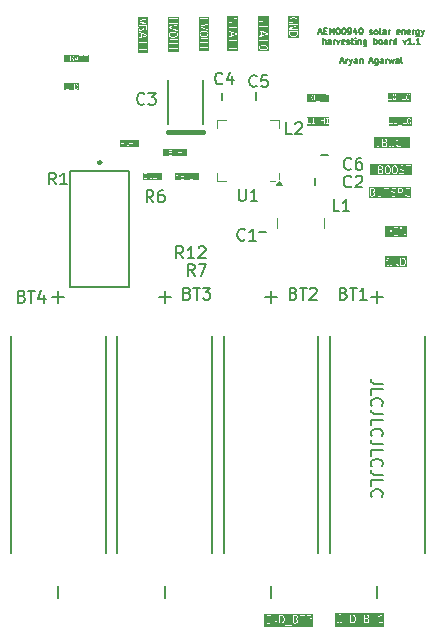
<source format=gbr>
%TF.GenerationSoftware,KiCad,Pcbnew,9.99.0-1490-gab75263b91*%
%TF.CreationDate,2025-06-04T22:15:06+10:00*%
%TF.ProjectId,energy_harvesting_board,656e6572-6779-45f6-9861-727665737469,rev?*%
%TF.SameCoordinates,Original*%
%TF.FileFunction,Legend,Top*%
%TF.FilePolarity,Positive*%
%FSLAX46Y46*%
G04 Gerber Fmt 4.6, Leading zero omitted, Abs format (unit mm)*
G04 Created by KiCad (PCBNEW 9.99.0-1490-gab75263b91) date 2025-06-04 22:15:06*
%MOMM*%
%LPD*%
G01*
G04 APERTURE LIST*
%ADD10C,0.125000*%
%ADD11C,0.200000*%
%ADD12C,0.187500*%
%ADD13C,0.127000*%
%ADD14C,0.150000*%
%ADD15C,0.250000*%
%ADD16C,0.400000*%
%ADD17C,0.100000*%
%ADD18C,0.120000*%
G04 APERTURE END LIST*
D10*
G36*
X152413349Y-83009872D02*
G01*
X152468642Y-83014953D01*
X152521464Y-83024401D01*
X152566278Y-83038034D01*
X152605730Y-83057898D01*
X152634559Y-83082685D01*
X152648365Y-83102847D01*
X152656798Y-83126341D01*
X152659747Y-83154080D01*
X152656798Y-83181819D01*
X152648365Y-83205313D01*
X152634559Y-83225475D01*
X152605728Y-83250252D01*
X152566278Y-83270080D01*
X152521461Y-83283747D01*
X152468642Y-83293207D01*
X152413349Y-83298288D01*
X152354199Y-83300030D01*
X152295914Y-83298300D01*
X152240259Y-83293207D01*
X152186995Y-83283733D01*
X152142120Y-83270080D01*
X152102700Y-83250258D01*
X152073839Y-83225475D01*
X152060033Y-83205313D01*
X152051600Y-83181819D01*
X152048875Y-83156187D01*
X152293291Y-83156187D01*
X152295877Y-83175417D01*
X152303330Y-83191426D01*
X152315868Y-83205005D01*
X152340118Y-83218766D01*
X152367846Y-83223369D01*
X152395656Y-83218781D01*
X152420328Y-83205005D01*
X152433199Y-83191385D01*
X152440817Y-83175376D01*
X152443454Y-83156187D01*
X152440873Y-83137650D01*
X152433299Y-83121585D01*
X152420328Y-83107323D01*
X152395582Y-83092728D01*
X152367846Y-83087905D01*
X152340193Y-83092744D01*
X152315868Y-83107323D01*
X152303231Y-83121544D01*
X152295822Y-83137611D01*
X152293291Y-83156187D01*
X152048875Y-83156187D01*
X152048651Y-83154080D01*
X152051600Y-83126341D01*
X152060033Y-83102847D01*
X152073839Y-83082685D01*
X152102699Y-83057893D01*
X152142120Y-83038034D01*
X152186993Y-83024416D01*
X152240259Y-83014953D01*
X152295914Y-83009859D01*
X152354199Y-83008130D01*
X152413349Y-83009872D01*
G37*
G36*
X152403017Y-81891085D02*
G01*
X152540037Y-81937293D01*
X152650313Y-81977730D01*
X152542647Y-82018168D01*
X152405123Y-82063826D01*
X152255509Y-82107927D01*
X152255509Y-81845427D01*
X152403017Y-81891085D01*
G37*
G36*
X152817635Y-83472619D02*
G01*
X151890763Y-83472619D01*
X151890763Y-83154080D01*
X151974096Y-83154080D01*
X151978187Y-83197493D01*
X151990010Y-83235699D01*
X152009418Y-83269746D01*
X152036959Y-83300349D01*
X152073839Y-83327828D01*
X152123990Y-83352844D01*
X152185861Y-83372117D01*
X152261728Y-83384718D01*
X152354199Y-83389286D01*
X152446669Y-83384718D01*
X152522537Y-83372117D01*
X152584408Y-83352844D01*
X152634559Y-83327828D01*
X152671438Y-83300349D01*
X152698980Y-83269746D01*
X152718387Y-83235699D01*
X152730211Y-83197493D01*
X152734302Y-83154080D01*
X152730232Y-83111118D01*
X152718448Y-83073158D01*
X152699066Y-83039181D01*
X152671510Y-83008495D01*
X152634559Y-82980790D01*
X152584379Y-82955576D01*
X152522498Y-82936162D01*
X152446640Y-82923473D01*
X152354199Y-82918874D01*
X152261793Y-82923510D01*
X152185948Y-82936304D01*
X152124054Y-82955887D01*
X152073839Y-82981339D01*
X152036813Y-83009254D01*
X152009242Y-83040006D01*
X151989887Y-83073893D01*
X151978144Y-83111588D01*
X151974096Y-83154080D01*
X151890763Y-83154080D01*
X151890763Y-82525490D01*
X151989850Y-82525490D01*
X151989850Y-82607373D01*
X152647153Y-82607373D01*
X152647153Y-82808965D01*
X152717495Y-82808965D01*
X152717495Y-82323853D01*
X152647153Y-82323853D01*
X152647153Y-82525490D01*
X151989850Y-82525490D01*
X151890763Y-82525490D01*
X151890763Y-81778245D01*
X151989850Y-81778245D01*
X152186221Y-81823353D01*
X152186221Y-82107927D01*
X152186221Y-82128947D01*
X151989850Y-82175109D01*
X151989850Y-82262258D01*
X152147340Y-82219210D01*
X152333179Y-82166179D01*
X152529550Y-82104767D01*
X152626790Y-82070829D01*
X152717495Y-82035478D01*
X152717495Y-81926256D01*
X152626777Y-81889857D01*
X152529550Y-81854861D01*
X152332675Y-81791892D01*
X152146287Y-81738311D01*
X151989850Y-81695263D01*
X151989850Y-81778245D01*
X151890763Y-81778245D01*
X151890763Y-81350194D01*
X151989850Y-81350194D01*
X151989850Y-81432076D01*
X152647153Y-81432076D01*
X152647153Y-81633668D01*
X152717495Y-81633668D01*
X152717495Y-81148556D01*
X152647153Y-81148556D01*
X152647153Y-81350194D01*
X151989850Y-81350194D01*
X151890763Y-81350194D01*
X151890763Y-80785627D01*
X151974096Y-80785627D01*
X151977767Y-80843407D01*
X151987986Y-80891276D01*
X152003878Y-80930882D01*
X152025020Y-80963588D01*
X152052707Y-80991109D01*
X152085120Y-81010724D01*
X152123201Y-81022874D01*
X152168360Y-81027152D01*
X152214569Y-81023626D01*
X152250747Y-81014009D01*
X152282665Y-80997765D01*
X152309548Y-80975678D01*
X152332568Y-80948265D01*
X152354199Y-80913717D01*
X152394087Y-80829728D01*
X152432921Y-80752562D01*
X152454395Y-80721714D01*
X152479129Y-80699531D01*
X152509364Y-80685697D01*
X152550570Y-80680617D01*
X152584856Y-80685796D01*
X152611982Y-80700584D01*
X152633525Y-80723138D01*
X152649259Y-80751509D01*
X152658677Y-80783248D01*
X152661853Y-80817134D01*
X152658076Y-80866194D01*
X152647153Y-80910053D01*
X152631774Y-80949893D01*
X152618805Y-80975678D01*
X152690201Y-81002972D01*
X152705593Y-80976663D01*
X152721158Y-80930020D01*
X152730924Y-80877884D01*
X152734302Y-80820294D01*
X152730575Y-80767667D01*
X152720151Y-80723871D01*
X152703801Y-80687382D01*
X152681774Y-80656987D01*
X152653696Y-80632007D01*
X152620731Y-80613976D01*
X152581908Y-80602714D01*
X152535870Y-80598735D01*
X152497447Y-80602290D01*
X152464978Y-80612382D01*
X152435939Y-80628679D01*
X152410894Y-80650163D01*
X152389235Y-80675956D01*
X152369403Y-80706355D01*
X152336339Y-80774086D01*
X152298511Y-80856518D01*
X152274684Y-80892796D01*
X152246579Y-80921090D01*
X152224665Y-80934680D01*
X152197951Y-80943224D01*
X152165201Y-80946277D01*
X152138560Y-80943875D01*
X152116448Y-80937111D01*
X152097973Y-80926310D01*
X152075485Y-80902925D01*
X152059138Y-80870669D01*
X152049914Y-80833034D01*
X152046544Y-80785627D01*
X152051195Y-80722276D01*
X152063855Y-80672741D01*
X152092752Y-80606062D01*
X152024517Y-80579821D01*
X152004000Y-80622869D01*
X151993137Y-80653941D01*
X151983026Y-80693761D01*
X151976428Y-80736457D01*
X151974096Y-80785627D01*
X151890763Y-80785627D01*
X151890763Y-80496488D01*
X152817635Y-80496488D01*
X152817635Y-83472619D01*
G37*
G36*
X142203017Y-82016085D02*
G01*
X142340037Y-82062293D01*
X142450313Y-82102730D01*
X142342647Y-82143168D01*
X142205123Y-82188826D01*
X142055509Y-82232927D01*
X142055509Y-81970427D01*
X142203017Y-82016085D01*
G37*
G36*
X142136339Y-81449961D02*
G01*
X142136339Y-81472034D01*
X142133252Y-81520415D01*
X142124248Y-81564953D01*
X142107554Y-81605004D01*
X142082804Y-81635845D01*
X142061635Y-81650458D01*
X142034553Y-81659760D01*
X141999868Y-81663139D01*
X141962404Y-81659560D01*
X141933065Y-81649706D01*
X141910063Y-81634242D01*
X141891128Y-81613415D01*
X141876273Y-81588612D01*
X141865458Y-81559183D01*
X141856100Y-81511830D01*
X141852864Y-81459440D01*
X141854925Y-81391709D01*
X141857032Y-81367025D01*
X142136339Y-81367025D01*
X142136339Y-81449961D01*
G37*
G36*
X142454480Y-81401143D02*
G01*
X142455533Y-81459440D01*
X142452159Y-81503438D01*
X142442390Y-81542880D01*
X142425365Y-81578027D01*
X142401449Y-81605345D01*
X142381659Y-81618453D01*
X142357710Y-81626621D01*
X142328497Y-81629525D01*
X142296734Y-81626121D01*
X142271874Y-81616693D01*
X142252339Y-81601681D01*
X142229899Y-81570906D01*
X142215107Y-81532393D01*
X142207215Y-81490853D01*
X142204620Y-81449961D01*
X142204620Y-81367025D01*
X142451366Y-81367025D01*
X142454480Y-81401143D01*
G37*
G36*
X142608201Y-83604946D02*
G01*
X141701250Y-83604946D01*
X141701250Y-83238139D01*
X141789850Y-83238139D01*
X141789850Y-83320021D01*
X142447153Y-83320021D01*
X142447153Y-83521613D01*
X142517495Y-83521613D01*
X142517495Y-83036501D01*
X142447153Y-83036501D01*
X142447153Y-83238139D01*
X141789850Y-83238139D01*
X141701250Y-83238139D01*
X141701250Y-82650490D01*
X141789850Y-82650490D01*
X141789850Y-82732373D01*
X142447153Y-82732373D01*
X142447153Y-82933965D01*
X142517495Y-82933965D01*
X142517495Y-82448853D01*
X142447153Y-82448853D01*
X142447153Y-82650490D01*
X141789850Y-82650490D01*
X141701250Y-82650490D01*
X141701250Y-81903245D01*
X141789850Y-81903245D01*
X141986221Y-81948353D01*
X141986221Y-82232927D01*
X141986221Y-82253947D01*
X141789850Y-82300109D01*
X141789850Y-82387258D01*
X141947340Y-82344210D01*
X142133179Y-82291179D01*
X142329550Y-82229767D01*
X142426790Y-82195829D01*
X142517495Y-82160478D01*
X142517495Y-82051256D01*
X142426777Y-82014857D01*
X142329550Y-81979861D01*
X142132675Y-81916892D01*
X141946287Y-81863311D01*
X141789850Y-81820263D01*
X141789850Y-81903245D01*
X141701250Y-81903245D01*
X141701250Y-81454174D01*
X141784583Y-81454174D01*
X141784827Y-81459440D01*
X141787932Y-81526404D01*
X141796945Y-81582661D01*
X141810320Y-81625861D01*
X141830872Y-81665573D01*
X141855688Y-81695689D01*
X141884875Y-81717727D01*
X141918492Y-81733138D01*
X141956855Y-81742721D01*
X142000921Y-81746074D01*
X142034695Y-81743613D01*
X142063448Y-81736654D01*
X142088024Y-81725604D01*
X142120555Y-81701885D01*
X142146322Y-81672023D01*
X142165667Y-81637661D01*
X142178333Y-81601177D01*
X142191292Y-81630008D01*
X142211947Y-81656819D01*
X142238086Y-81679438D01*
X142268642Y-81697211D01*
X142301738Y-81708711D01*
X142334816Y-81712461D01*
X142374246Y-81709711D01*
X142406146Y-81702122D01*
X142431903Y-81690387D01*
X142464973Y-81664549D01*
X142489147Y-81631586D01*
X142505916Y-81593144D01*
X142516991Y-81549199D01*
X142522900Y-81503389D01*
X142524868Y-81457334D01*
X142523265Y-81403753D01*
X142517998Y-81340234D01*
X142513210Y-81309418D01*
X142507008Y-81285142D01*
X141801390Y-81285142D01*
X141791407Y-81338677D01*
X141786186Y-81401692D01*
X141784583Y-81454174D01*
X141701250Y-81454174D01*
X141701250Y-80871792D01*
X141789850Y-80871792D01*
X141789850Y-80983075D01*
X142011912Y-81060744D01*
X142224541Y-81127972D01*
X142401998Y-81179401D01*
X142517495Y-81208847D01*
X142517495Y-81121698D01*
X142438433Y-81105176D01*
X142349471Y-81083367D01*
X142168350Y-81031893D01*
X141996158Y-80977305D01*
X141854971Y-80930593D01*
X141995105Y-80883836D01*
X142165739Y-80831355D01*
X142346861Y-80780430D01*
X142517495Y-80739489D01*
X142517495Y-80650233D01*
X142425629Y-80673314D01*
X142297493Y-80709538D01*
X142142612Y-80756799D01*
X141969918Y-80811388D01*
X141789850Y-80871792D01*
X141701250Y-80871792D01*
X141701250Y-80566900D01*
X142608201Y-80566900D01*
X142608201Y-83604946D01*
G37*
G36*
X162915844Y-93195707D02*
G01*
X162947886Y-93207065D01*
X162976432Y-93225910D01*
X163000144Y-93250992D01*
X163020891Y-93284671D01*
X163038393Y-93328813D01*
X163049750Y-93375170D01*
X163057211Y-93431815D01*
X163059917Y-93500500D01*
X163057220Y-93568458D01*
X163049769Y-93624781D01*
X163038393Y-93671134D01*
X163020915Y-93715295D01*
X163000170Y-93749177D01*
X162976432Y-93774587D01*
X162947851Y-93793728D01*
X162915812Y-93805243D01*
X162879300Y-93809208D01*
X162844242Y-93805250D01*
X162813612Y-93793753D01*
X162786380Y-93774587D01*
X162764018Y-93749310D01*
X162744474Y-93715458D01*
X162728083Y-93671134D01*
X162717567Y-93624854D01*
X162710663Y-93568526D01*
X162708162Y-93500500D01*
X162710686Y-93431012D01*
X162717612Y-93374243D01*
X162728083Y-93328309D01*
X162744476Y-93284342D01*
X162764018Y-93250844D01*
X162786380Y-93225910D01*
X162813577Y-93207041D01*
X162844210Y-93195701D01*
X162879300Y-93191793D01*
X162915844Y-93195707D01*
G37*
G36*
X163503492Y-93195707D02*
G01*
X163535534Y-93207065D01*
X163564080Y-93225910D01*
X163587792Y-93250992D01*
X163608539Y-93284671D01*
X163626041Y-93328813D01*
X163637399Y-93375170D01*
X163644859Y-93431815D01*
X163647565Y-93500500D01*
X163644869Y-93568458D01*
X163637417Y-93624781D01*
X163626041Y-93671134D01*
X163608564Y-93715295D01*
X163587818Y-93749177D01*
X163564080Y-93774587D01*
X163535500Y-93793728D01*
X163503460Y-93805243D01*
X163466948Y-93809208D01*
X163431891Y-93805250D01*
X163401261Y-93793753D01*
X163374029Y-93774587D01*
X163351666Y-93749310D01*
X163332122Y-93715458D01*
X163315731Y-93671134D01*
X163305215Y-93624854D01*
X163298311Y-93568526D01*
X163295810Y-93500500D01*
X163298334Y-93431012D01*
X163305261Y-93374243D01*
X163315731Y-93328309D01*
X163332124Y-93284342D01*
X163351666Y-93250844D01*
X163374029Y-93225910D01*
X163401226Y-93207041D01*
X163431858Y-93195701D01*
X163466948Y-93191793D01*
X163503492Y-93195707D01*
G37*
G36*
X162299091Y-93521447D02*
G01*
X162343629Y-93530451D01*
X162383680Y-93547145D01*
X162414521Y-93571895D01*
X162429134Y-93593064D01*
X162438436Y-93620146D01*
X162441815Y-93654831D01*
X162438236Y-93692295D01*
X162428382Y-93721634D01*
X162412918Y-93744636D01*
X162392091Y-93763571D01*
X162367288Y-93778426D01*
X162337859Y-93789241D01*
X162290506Y-93798599D01*
X162238116Y-93801835D01*
X162170385Y-93799774D01*
X162145701Y-93797667D01*
X162145701Y-93518360D01*
X162250710Y-93518360D01*
X162299091Y-93521447D01*
G37*
G36*
X162282114Y-93202540D02*
G01*
X162321556Y-93212309D01*
X162356703Y-93229334D01*
X162384021Y-93253250D01*
X162397129Y-93273040D01*
X162405297Y-93296989D01*
X162408201Y-93326202D01*
X162404797Y-93357965D01*
X162395369Y-93382825D01*
X162380357Y-93402360D01*
X162349582Y-93424800D01*
X162311069Y-93439592D01*
X162269529Y-93447484D01*
X162228637Y-93450079D01*
X162145701Y-93450079D01*
X162145701Y-93203333D01*
X162179819Y-93200219D01*
X162238116Y-93199166D01*
X162282114Y-93202540D01*
G37*
G36*
X164971270Y-93963936D02*
G01*
X161345576Y-93963936D01*
X161345576Y-93137204D01*
X161428909Y-93137204D01*
X161451990Y-93229070D01*
X161488214Y-93357206D01*
X161535475Y-93512087D01*
X161590064Y-93684781D01*
X161650468Y-93864850D01*
X161761751Y-93864850D01*
X161839420Y-93642787D01*
X161906648Y-93430158D01*
X161958077Y-93252701D01*
X161984849Y-93147691D01*
X162063818Y-93147691D01*
X162063818Y-93203333D01*
X162063818Y-93797667D01*
X162063818Y-93853309D01*
X162117353Y-93863292D01*
X162180368Y-93868513D01*
X162232850Y-93870116D01*
X162305080Y-93866767D01*
X162361337Y-93857754D01*
X162404537Y-93844379D01*
X162444249Y-93823827D01*
X162474365Y-93799011D01*
X162496403Y-93769824D01*
X162511814Y-93736207D01*
X162521397Y-93697844D01*
X162524750Y-93653778D01*
X162522289Y-93620004D01*
X162515330Y-93591251D01*
X162504280Y-93566675D01*
X162480561Y-93534144D01*
X162450699Y-93508377D01*
X162436707Y-93500500D01*
X162623119Y-93500500D01*
X162627376Y-93588602D01*
X162639029Y-93659769D01*
X162656687Y-93716793D01*
X162683108Y-93769981D01*
X162713756Y-93810605D01*
X162748553Y-93840715D01*
X162789000Y-93862733D01*
X162833298Y-93876041D01*
X162882459Y-93880603D01*
X162931639Y-93876059D01*
X162976290Y-93862766D01*
X163017373Y-93840715D01*
X163052838Y-93810519D01*
X163083827Y-93769881D01*
X163110292Y-93716793D01*
X163127975Y-93659767D01*
X163139644Y-93588599D01*
X163143906Y-93500500D01*
X163210768Y-93500500D01*
X163215024Y-93588602D01*
X163226678Y-93659769D01*
X163244336Y-93716793D01*
X163270756Y-93769981D01*
X163301404Y-93810605D01*
X163336202Y-93840715D01*
X163376648Y-93862733D01*
X163420947Y-93876041D01*
X163470108Y-93880603D01*
X163519288Y-93876059D01*
X163563938Y-93862766D01*
X163605021Y-93840715D01*
X163617392Y-93830182D01*
X163834091Y-93830182D01*
X163877138Y-93850699D01*
X163908210Y-93861562D01*
X163948030Y-93871673D01*
X163990727Y-93878271D01*
X164039896Y-93880603D01*
X164097677Y-93876932D01*
X164145545Y-93866713D01*
X164185151Y-93850821D01*
X164217857Y-93829679D01*
X164245378Y-93801992D01*
X164264993Y-93769579D01*
X164277143Y-93731498D01*
X164281421Y-93686339D01*
X164277895Y-93640130D01*
X164268278Y-93603952D01*
X164252035Y-93572034D01*
X164229947Y-93545151D01*
X164202534Y-93522131D01*
X164167986Y-93500500D01*
X164083997Y-93460612D01*
X164006831Y-93421778D01*
X163975983Y-93400304D01*
X163953800Y-93375570D01*
X163939966Y-93345335D01*
X163934887Y-93304129D01*
X163940065Y-93269843D01*
X163954853Y-93242717D01*
X163977407Y-93221174D01*
X164005778Y-93205440D01*
X164037518Y-93196022D01*
X164071403Y-93192846D01*
X164120464Y-93196623D01*
X164164322Y-93207546D01*
X164204162Y-93222925D01*
X164229947Y-93235894D01*
X164240784Y-93207546D01*
X164402825Y-93207546D01*
X164604463Y-93207546D01*
X164604463Y-93864850D01*
X164686345Y-93864850D01*
X164686345Y-93207546D01*
X164887937Y-93207546D01*
X164887937Y-93137204D01*
X164402825Y-93137204D01*
X164402825Y-93207546D01*
X164240784Y-93207546D01*
X164257241Y-93164498D01*
X164230932Y-93149106D01*
X164184289Y-93133541D01*
X164132153Y-93123775D01*
X164074563Y-93120397D01*
X164021936Y-93124124D01*
X163978141Y-93134548D01*
X163941651Y-93150898D01*
X163911256Y-93172925D01*
X163886276Y-93201003D01*
X163868245Y-93233968D01*
X163856983Y-93272791D01*
X163853004Y-93318829D01*
X163856559Y-93357252D01*
X163866651Y-93389721D01*
X163882948Y-93418760D01*
X163904433Y-93443805D01*
X163930226Y-93465464D01*
X163960624Y-93485296D01*
X164028355Y-93518360D01*
X164110787Y-93556188D01*
X164147065Y-93580015D01*
X164175359Y-93608120D01*
X164188950Y-93630034D01*
X164197493Y-93656748D01*
X164200546Y-93689498D01*
X164198144Y-93716139D01*
X164191380Y-93738251D01*
X164180580Y-93756726D01*
X164157195Y-93779214D01*
X164124938Y-93795561D01*
X164087303Y-93804785D01*
X164039896Y-93808155D01*
X163976546Y-93803504D01*
X163927010Y-93790844D01*
X163860331Y-93761947D01*
X163834091Y-93830182D01*
X163617392Y-93830182D01*
X163640486Y-93810519D01*
X163671475Y-93769881D01*
X163697940Y-93716793D01*
X163715623Y-93659767D01*
X163727292Y-93588599D01*
X163731554Y-93500500D01*
X163727231Y-93412430D01*
X163715392Y-93341263D01*
X163697437Y-93284208D01*
X163670680Y-93231058D01*
X163639686Y-93190442D01*
X163604518Y-93160331D01*
X163563750Y-93138270D01*
X163519276Y-93124955D01*
X163470108Y-93120397D01*
X163420248Y-93124985D01*
X163375614Y-93138328D01*
X163335148Y-93160331D01*
X163300395Y-93190431D01*
X163269929Y-93231036D01*
X163243832Y-93284208D01*
X163226446Y-93341202D01*
X163214963Y-93412370D01*
X163210768Y-93500500D01*
X163143906Y-93500500D01*
X163139583Y-93412430D01*
X163127743Y-93341263D01*
X163109788Y-93284208D01*
X163083032Y-93231058D01*
X163052038Y-93190442D01*
X163016869Y-93160331D01*
X162976102Y-93138270D01*
X162931627Y-93124955D01*
X162882459Y-93120397D01*
X162832600Y-93124985D01*
X162787965Y-93138328D01*
X162747500Y-93160331D01*
X162712746Y-93190431D01*
X162682281Y-93231036D01*
X162656184Y-93284208D01*
X162638797Y-93341202D01*
X162627315Y-93412370D01*
X162623119Y-93500500D01*
X162436707Y-93500500D01*
X162416337Y-93489032D01*
X162379853Y-93476366D01*
X162408684Y-93463407D01*
X162435495Y-93442752D01*
X162458114Y-93416613D01*
X162475887Y-93386057D01*
X162487387Y-93352961D01*
X162491137Y-93319883D01*
X162488387Y-93280453D01*
X162480798Y-93248553D01*
X162469063Y-93222796D01*
X162443225Y-93189726D01*
X162410262Y-93165552D01*
X162371820Y-93148783D01*
X162327875Y-93137708D01*
X162282065Y-93131799D01*
X162236010Y-93129831D01*
X162182429Y-93131434D01*
X162118910Y-93136701D01*
X162088094Y-93141489D01*
X162063818Y-93147691D01*
X161984849Y-93147691D01*
X161987523Y-93137204D01*
X161900374Y-93137204D01*
X161883852Y-93216266D01*
X161862043Y-93305228D01*
X161810569Y-93486349D01*
X161755981Y-93658541D01*
X161709269Y-93799728D01*
X161662512Y-93659594D01*
X161610031Y-93488960D01*
X161559106Y-93307838D01*
X161518165Y-93137204D01*
X161428909Y-93137204D01*
X161345576Y-93137204D01*
X161345576Y-93037064D01*
X164971270Y-93037064D01*
X164971270Y-93963936D01*
G37*
G36*
X164126856Y-101004809D02*
G01*
X164170555Y-101014812D01*
X164208033Y-101030673D01*
X164240975Y-101053692D01*
X164268887Y-101084898D01*
X164292022Y-101125653D01*
X164307401Y-101170437D01*
X164317644Y-101227797D01*
X164321422Y-101300500D01*
X164317682Y-101374664D01*
X164307587Y-101432641D01*
X164292525Y-101477408D01*
X164269745Y-101518185D01*
X164242520Y-101548822D01*
X164210643Y-101570877D01*
X164174306Y-101585976D01*
X164132801Y-101595413D01*
X164085163Y-101598721D01*
X164051045Y-101597667D01*
X164014821Y-101594508D01*
X164014821Y-101004386D01*
X164075729Y-101001272D01*
X164126856Y-101004809D01*
G37*
G36*
X164489798Y-101763936D02*
G01*
X162673256Y-101763936D01*
X162673256Y-101300500D01*
X162756589Y-101300500D01*
X162761049Y-101379724D01*
X162773608Y-101447414D01*
X162793317Y-101505252D01*
X162821876Y-101558902D01*
X162855794Y-101601820D01*
X162895166Y-101635449D01*
X162940409Y-101660324D01*
X162990411Y-101675412D01*
X163046383Y-101680603D01*
X163107443Y-101677127D01*
X163158216Y-101667460D01*
X163167114Y-101664850D01*
X163350511Y-101664850D01*
X163426120Y-101664850D01*
X163426120Y-101054807D01*
X163489638Y-101180287D01*
X163555263Y-101313644D01*
X163626658Y-101470081D01*
X163708586Y-101664850D01*
X163802009Y-101664850D01*
X163802009Y-100947691D01*
X163932939Y-100947691D01*
X163932939Y-101004386D01*
X163932939Y-101652256D01*
X164006395Y-101665353D01*
X164077836Y-101670116D01*
X164139274Y-101665916D01*
X164194974Y-101653728D01*
X164245814Y-101633892D01*
X164280671Y-101613279D01*
X164311714Y-101587154D01*
X164339262Y-101555063D01*
X164363417Y-101516289D01*
X164381105Y-101475587D01*
X164394609Y-101426970D01*
X164403337Y-101369107D01*
X164406465Y-101300500D01*
X164403220Y-101231396D01*
X164394169Y-101173224D01*
X164380167Y-101124435D01*
X164361814Y-101083658D01*
X164336916Y-101044914D01*
X164308690Y-101012820D01*
X164277024Y-100986680D01*
X164241601Y-100966055D01*
X164190100Y-100946222D01*
X164133697Y-100934032D01*
X164071516Y-100929831D01*
X164002227Y-100934594D01*
X163932939Y-100947691D01*
X163802009Y-100947691D01*
X163802009Y-100937204D01*
X163726447Y-100937204D01*
X163726447Y-101530440D01*
X163670256Y-101392916D01*
X163622445Y-101284243D01*
X163574177Y-101184500D01*
X163517985Y-101075278D01*
X163443980Y-100937204D01*
X163350511Y-100937204D01*
X163350511Y-101664850D01*
X163167114Y-101664850D01*
X163228008Y-101646989D01*
X163228008Y-101312041D01*
X163146126Y-101312041D01*
X163146126Y-101590294D01*
X163118282Y-101601881D01*
X163095242Y-101606311D01*
X163056870Y-101608155D01*
X163011452Y-101603451D01*
X162972346Y-101589927D01*
X162938214Y-101567717D01*
X162909313Y-101538311D01*
X162884984Y-101501938D01*
X162865262Y-101457487D01*
X162851836Y-101410316D01*
X162843478Y-101358206D01*
X162840578Y-101300500D01*
X162843992Y-101237933D01*
X162853662Y-101183713D01*
X162868925Y-101136690D01*
X162890883Y-101092586D01*
X162916440Y-101057311D01*
X162945541Y-101029620D01*
X162979288Y-101008368D01*
X163014392Y-100995945D01*
X163051649Y-100991793D01*
X163091674Y-100995251D01*
X163128815Y-101005440D01*
X163163435Y-101021126D01*
X163193387Y-101040107D01*
X163222787Y-100969765D01*
X163193341Y-100950851D01*
X163170359Y-100940419D01*
X163137196Y-100929877D01*
X163099808Y-100923002D01*
X163049543Y-100920397D01*
X162996978Y-100925403D01*
X162948108Y-100940205D01*
X162901990Y-100965048D01*
X162861461Y-100998383D01*
X162826148Y-101041126D01*
X162795927Y-101094695D01*
X162774804Y-101152690D01*
X162761363Y-101220697D01*
X162756589Y-101300500D01*
X162673256Y-101300500D01*
X162673256Y-100837064D01*
X164489798Y-100837064D01*
X164489798Y-101763936D01*
G37*
G36*
X136493270Y-86271072D02*
G01*
X136522403Y-86277741D01*
X136547388Y-86288315D01*
X136569350Y-86303661D01*
X136587958Y-86324465D01*
X136603381Y-86351635D01*
X136613634Y-86381491D01*
X136620463Y-86419731D01*
X136622981Y-86468200D01*
X136620488Y-86517642D01*
X136613758Y-86556294D01*
X136603717Y-86586139D01*
X136588530Y-86613323D01*
X136570380Y-86633748D01*
X136549128Y-86648451D01*
X136524904Y-86658517D01*
X136497234Y-86664808D01*
X136465475Y-86667014D01*
X136442730Y-86666311D01*
X136418581Y-86664205D01*
X136418581Y-86270791D01*
X136459186Y-86268715D01*
X136493270Y-86271072D01*
G37*
G36*
X136742176Y-86784102D02*
G01*
X135517259Y-86784102D01*
X135517259Y-86468200D01*
X135579759Y-86468200D01*
X135582733Y-86521016D01*
X135591105Y-86566142D01*
X135604244Y-86604701D01*
X135623284Y-86640468D01*
X135645896Y-86669080D01*
X135672144Y-86691499D01*
X135702306Y-86708083D01*
X135735641Y-86718141D01*
X135772955Y-86721602D01*
X135813662Y-86719284D01*
X135847510Y-86712840D01*
X135853442Y-86711100D01*
X135975707Y-86711100D01*
X136026113Y-86711100D01*
X136026113Y-86304405D01*
X136068458Y-86388058D01*
X136112208Y-86476962D01*
X136159805Y-86581254D01*
X136214424Y-86711100D01*
X136276706Y-86711100D01*
X136276706Y-86232994D01*
X136363992Y-86232994D01*
X136363992Y-86270791D01*
X136363992Y-86702704D01*
X136412963Y-86711435D01*
X136460590Y-86714610D01*
X136501549Y-86711810D01*
X136538682Y-86703685D01*
X136572576Y-86690461D01*
X136595814Y-86676719D01*
X136616509Y-86659302D01*
X136634875Y-86637908D01*
X136650978Y-86612059D01*
X136662770Y-86584925D01*
X136671772Y-86552513D01*
X136677591Y-86513938D01*
X136679676Y-86468200D01*
X136677513Y-86422131D01*
X136671479Y-86383349D01*
X136662145Y-86350823D01*
X136649909Y-86323639D01*
X136633311Y-86297809D01*
X136614493Y-86276413D01*
X136593382Y-86258987D01*
X136569767Y-86245237D01*
X136535433Y-86232014D01*
X136497831Y-86223888D01*
X136456377Y-86221087D01*
X136410185Y-86224262D01*
X136363992Y-86232994D01*
X136276706Y-86232994D01*
X136276706Y-86226003D01*
X136226331Y-86226003D01*
X136226331Y-86621493D01*
X136188870Y-86529810D01*
X136156997Y-86457362D01*
X136124818Y-86390867D01*
X136087357Y-86318052D01*
X136038020Y-86226003D01*
X135975707Y-86226003D01*
X135975707Y-86711100D01*
X135853442Y-86711100D01*
X135894039Y-86699193D01*
X135894039Y-86475894D01*
X135839450Y-86475894D01*
X135839450Y-86661396D01*
X135820888Y-86669120D01*
X135805528Y-86672074D01*
X135779947Y-86673303D01*
X135749668Y-86670167D01*
X135723597Y-86661151D01*
X135700842Y-86646345D01*
X135681575Y-86626741D01*
X135665356Y-86602492D01*
X135652208Y-86572858D01*
X135643257Y-86541410D01*
X135637685Y-86506671D01*
X135635752Y-86468200D01*
X135638028Y-86426488D01*
X135644475Y-86390342D01*
X135654650Y-86358993D01*
X135669288Y-86329591D01*
X135686326Y-86306074D01*
X135705727Y-86287613D01*
X135728225Y-86273445D01*
X135751628Y-86265163D01*
X135776466Y-86262395D01*
X135803149Y-86264700D01*
X135827910Y-86271493D01*
X135850990Y-86281951D01*
X135870958Y-86294604D01*
X135890558Y-86247710D01*
X135870927Y-86235101D01*
X135855606Y-86228146D01*
X135833497Y-86221118D01*
X135808572Y-86216535D01*
X135775062Y-86214798D01*
X135740018Y-86218135D01*
X135707439Y-86228003D01*
X135676693Y-86244565D01*
X135649674Y-86266788D01*
X135626132Y-86295284D01*
X135605985Y-86330997D01*
X135591902Y-86369660D01*
X135582942Y-86414998D01*
X135579759Y-86468200D01*
X135517259Y-86468200D01*
X135517259Y-86152298D01*
X136742176Y-86152298D01*
X136742176Y-86784102D01*
G37*
D11*
X162461380Y-111608987D02*
X161747095Y-111608987D01*
X161747095Y-111608987D02*
X161604238Y-111561368D01*
X161604238Y-111561368D02*
X161509000Y-111466130D01*
X161509000Y-111466130D02*
X161461380Y-111323273D01*
X161461380Y-111323273D02*
X161461380Y-111228035D01*
X161461380Y-112561368D02*
X161461380Y-112085178D01*
X161461380Y-112085178D02*
X162461380Y-112085178D01*
X161556619Y-113466130D02*
X161509000Y-113418511D01*
X161509000Y-113418511D02*
X161461380Y-113275654D01*
X161461380Y-113275654D02*
X161461380Y-113180416D01*
X161461380Y-113180416D02*
X161509000Y-113037559D01*
X161509000Y-113037559D02*
X161604238Y-112942321D01*
X161604238Y-112942321D02*
X161699476Y-112894702D01*
X161699476Y-112894702D02*
X161889952Y-112847083D01*
X161889952Y-112847083D02*
X162032809Y-112847083D01*
X162032809Y-112847083D02*
X162223285Y-112894702D01*
X162223285Y-112894702D02*
X162318523Y-112942321D01*
X162318523Y-112942321D02*
X162413761Y-113037559D01*
X162413761Y-113037559D02*
X162461380Y-113180416D01*
X162461380Y-113180416D02*
X162461380Y-113275654D01*
X162461380Y-113275654D02*
X162413761Y-113418511D01*
X162413761Y-113418511D02*
X162366142Y-113466130D01*
X162461380Y-114180416D02*
X161747095Y-114180416D01*
X161747095Y-114180416D02*
X161604238Y-114132797D01*
X161604238Y-114132797D02*
X161509000Y-114037559D01*
X161509000Y-114037559D02*
X161461380Y-113894702D01*
X161461380Y-113894702D02*
X161461380Y-113799464D01*
X161461380Y-115132797D02*
X161461380Y-114656607D01*
X161461380Y-114656607D02*
X162461380Y-114656607D01*
X161556619Y-116037559D02*
X161509000Y-115989940D01*
X161509000Y-115989940D02*
X161461380Y-115847083D01*
X161461380Y-115847083D02*
X161461380Y-115751845D01*
X161461380Y-115751845D02*
X161509000Y-115608988D01*
X161509000Y-115608988D02*
X161604238Y-115513750D01*
X161604238Y-115513750D02*
X161699476Y-115466131D01*
X161699476Y-115466131D02*
X161889952Y-115418512D01*
X161889952Y-115418512D02*
X162032809Y-115418512D01*
X162032809Y-115418512D02*
X162223285Y-115466131D01*
X162223285Y-115466131D02*
X162318523Y-115513750D01*
X162318523Y-115513750D02*
X162413761Y-115608988D01*
X162413761Y-115608988D02*
X162461380Y-115751845D01*
X162461380Y-115751845D02*
X162461380Y-115847083D01*
X162461380Y-115847083D02*
X162413761Y-115989940D01*
X162413761Y-115989940D02*
X162366142Y-116037559D01*
X162461380Y-116751845D02*
X161747095Y-116751845D01*
X161747095Y-116751845D02*
X161604238Y-116704226D01*
X161604238Y-116704226D02*
X161509000Y-116608988D01*
X161509000Y-116608988D02*
X161461380Y-116466131D01*
X161461380Y-116466131D02*
X161461380Y-116370893D01*
X161461380Y-117704226D02*
X161461380Y-117228036D01*
X161461380Y-117228036D02*
X162461380Y-117228036D01*
X161556619Y-118608988D02*
X161509000Y-118561369D01*
X161509000Y-118561369D02*
X161461380Y-118418512D01*
X161461380Y-118418512D02*
X161461380Y-118323274D01*
X161461380Y-118323274D02*
X161509000Y-118180417D01*
X161509000Y-118180417D02*
X161604238Y-118085179D01*
X161604238Y-118085179D02*
X161699476Y-118037560D01*
X161699476Y-118037560D02*
X161889952Y-117989941D01*
X161889952Y-117989941D02*
X162032809Y-117989941D01*
X162032809Y-117989941D02*
X162223285Y-118037560D01*
X162223285Y-118037560D02*
X162318523Y-118085179D01*
X162318523Y-118085179D02*
X162413761Y-118180417D01*
X162413761Y-118180417D02*
X162461380Y-118323274D01*
X162461380Y-118323274D02*
X162461380Y-118418512D01*
X162461380Y-118418512D02*
X162413761Y-118561369D01*
X162413761Y-118561369D02*
X162366142Y-118608988D01*
X162461380Y-119323274D02*
X161747095Y-119323274D01*
X161747095Y-119323274D02*
X161604238Y-119275655D01*
X161604238Y-119275655D02*
X161509000Y-119180417D01*
X161509000Y-119180417D02*
X161461380Y-119037560D01*
X161461380Y-119037560D02*
X161461380Y-118942322D01*
X161461380Y-120275655D02*
X161461380Y-119799465D01*
X161461380Y-119799465D02*
X162461380Y-119799465D01*
X161556619Y-121180417D02*
X161509000Y-121132798D01*
X161509000Y-121132798D02*
X161461380Y-120989941D01*
X161461380Y-120989941D02*
X161461380Y-120894703D01*
X161461380Y-120894703D02*
X161509000Y-120751846D01*
X161509000Y-120751846D02*
X161604238Y-120656608D01*
X161604238Y-120656608D02*
X161699476Y-120608989D01*
X161699476Y-120608989D02*
X161889952Y-120561370D01*
X161889952Y-120561370D02*
X162032809Y-120561370D01*
X162032809Y-120561370D02*
X162223285Y-120608989D01*
X162223285Y-120608989D02*
X162318523Y-120656608D01*
X162318523Y-120656608D02*
X162413761Y-120751846D01*
X162413761Y-120751846D02*
X162461380Y-120894703D01*
X162461380Y-120894703D02*
X162461380Y-120989941D01*
X162461380Y-120989941D02*
X162413761Y-121132798D01*
X162413761Y-121132798D02*
X162366142Y-121180417D01*
D10*
G36*
X145913573Y-92373600D02*
G01*
X143896699Y-92373600D01*
X143896699Y-91958291D01*
X143959199Y-91958291D01*
X143959199Y-92311100D01*
X144013787Y-92311100D01*
X144013787Y-91998194D01*
X144051614Y-91992607D01*
X144088709Y-91990500D01*
X144114428Y-91992677D01*
X144136641Y-91998896D01*
X144149565Y-92006063D01*
X144160833Y-92016915D01*
X144170591Y-92032144D01*
X144177005Y-92049292D01*
X144181482Y-92073673D01*
X144183200Y-92107401D01*
X144183200Y-92311100D01*
X144237788Y-92311100D01*
X144370565Y-92311100D01*
X144653367Y-92311100D01*
X144730121Y-92311100D01*
X144780526Y-92311100D01*
X144780526Y-91904405D01*
X144822872Y-91988058D01*
X144866622Y-92076962D01*
X144914219Y-92181254D01*
X144968838Y-92311100D01*
X145031120Y-92311100D01*
X145111384Y-92311100D01*
X145166003Y-92311100D01*
X145166003Y-92081511D01*
X145378799Y-92081511D01*
X145378799Y-92311100D01*
X145433388Y-92311100D01*
X145433388Y-91826003D01*
X145478664Y-91826003D01*
X145494051Y-91887247D01*
X145518201Y-91972671D01*
X145549708Y-92075924D01*
X145586100Y-92191054D01*
X145626370Y-92311100D01*
X145700559Y-92311100D01*
X145752338Y-92163058D01*
X145797157Y-92021305D01*
X145831442Y-91903000D01*
X145851073Y-91826003D01*
X145792974Y-91826003D01*
X145781959Y-91878710D01*
X145767420Y-91938019D01*
X145733104Y-92058766D01*
X145696712Y-92173560D01*
X145665571Y-92267685D01*
X145634399Y-92174262D01*
X145599412Y-92060506D01*
X145565462Y-91939759D01*
X145538168Y-91826003D01*
X145478664Y-91826003D01*
X145433388Y-91826003D01*
X145378799Y-91826003D01*
X145378799Y-92034586D01*
X145166003Y-92034586D01*
X145166003Y-91826003D01*
X145111384Y-91826003D01*
X145111384Y-92311100D01*
X145031120Y-92311100D01*
X145031120Y-91826003D01*
X144980744Y-91826003D01*
X144980744Y-92221493D01*
X144943284Y-92129810D01*
X144911410Y-92057362D01*
X144879231Y-91990867D01*
X144841770Y-91918052D01*
X144792433Y-91826003D01*
X144730121Y-91826003D01*
X144730121Y-92311100D01*
X144653367Y-92311100D01*
X144653367Y-92264205D01*
X144425855Y-92264205D01*
X144425855Y-92080809D01*
X144610656Y-92080809D01*
X144610656Y-92033914D01*
X144425855Y-92033914D01*
X144425855Y-91872897D01*
X144636576Y-91872897D01*
X144636576Y-91826003D01*
X144370565Y-91826003D01*
X144370565Y-92311100D01*
X144237788Y-92311100D01*
X144237788Y-92096196D01*
X144235504Y-92058139D01*
X144229300Y-92028201D01*
X144219928Y-92004850D01*
X144206157Y-91984064D01*
X144189345Y-91967901D01*
X144169187Y-91955848D01*
X144146779Y-91947737D01*
X144120848Y-91942608D01*
X144090785Y-91940797D01*
X144030579Y-91944644D01*
X143996075Y-91949887D01*
X143959199Y-91958291D01*
X143896699Y-91958291D01*
X143896699Y-91763503D01*
X145913573Y-91763503D01*
X145913573Y-92373600D01*
G37*
G36*
X157944269Y-89795609D02*
G01*
X156014895Y-89795609D01*
X156014895Y-89733109D01*
X156790920Y-89733109D01*
X157170321Y-89733109D01*
X157170321Y-89686215D01*
X156790920Y-89686215D01*
X156790920Y-89733109D01*
X156014895Y-89733109D01*
X156014895Y-89603600D01*
X156077395Y-89603600D01*
X156361602Y-89603600D01*
X156361602Y-89556705D01*
X156132014Y-89556705D01*
X156132014Y-89218612D01*
X156457956Y-89218612D01*
X156474778Y-89257813D01*
X156507251Y-89244577D01*
X156539502Y-89228412D01*
X156568832Y-89210312D01*
X156586763Y-89195500D01*
X156586763Y-89556705D01*
X156481067Y-89556705D01*
X156481067Y-89603600D01*
X156731660Y-89603600D01*
X157211384Y-89603600D01*
X157266003Y-89603600D01*
X157266003Y-89374011D01*
X157478799Y-89374011D01*
X157478799Y-89603600D01*
X157533388Y-89603600D01*
X157533388Y-89165397D01*
X157646564Y-89165397D01*
X157736872Y-89165397D01*
X157736872Y-89556705D01*
X157646564Y-89556705D01*
X157646564Y-89603600D01*
X157881769Y-89603600D01*
X157881769Y-89556705D01*
X157791461Y-89556705D01*
X157791461Y-89165397D01*
X157881769Y-89165397D01*
X157881769Y-89118503D01*
X157646564Y-89118503D01*
X157646564Y-89165397D01*
X157533388Y-89165397D01*
X157533388Y-89118503D01*
X157478799Y-89118503D01*
X157478799Y-89327086D01*
X157266003Y-89327086D01*
X157266003Y-89118503D01*
X157211384Y-89118503D01*
X157211384Y-89603600D01*
X156731660Y-89603600D01*
X156731660Y-89556705D01*
X156641352Y-89556705D01*
X156641352Y-89118503D01*
X156602151Y-89118503D01*
X156579792Y-89142349D01*
X156557363Y-89162253D01*
X156533744Y-89179676D01*
X156509735Y-89194462D01*
X156484681Y-89207261D01*
X156457956Y-89218612D01*
X156132014Y-89218612D01*
X156132014Y-89118503D01*
X156077395Y-89118503D01*
X156077395Y-89603600D01*
X156014895Y-89603600D01*
X156014895Y-89056003D01*
X157944269Y-89056003D01*
X157944269Y-89795609D01*
G37*
G36*
X156607362Y-87158967D02*
G01*
X156623025Y-87164589D01*
X156636467Y-87173793D01*
X156652985Y-87193014D01*
X156666203Y-87219314D01*
X156675315Y-87249192D01*
X156681621Y-87284405D01*
X156685008Y-87321266D01*
X156686170Y-87360700D01*
X156685017Y-87399556D01*
X156681621Y-87436660D01*
X156675305Y-87472169D01*
X156666203Y-87502086D01*
X156652988Y-87528366D01*
X156636467Y-87547607D01*
X156623025Y-87556810D01*
X156607362Y-87562432D01*
X156588870Y-87564399D01*
X156570378Y-87562432D01*
X156554715Y-87556810D01*
X156541273Y-87547607D01*
X156524745Y-87528367D01*
X156511506Y-87502086D01*
X156502427Y-87472171D01*
X156496119Y-87436660D01*
X156492723Y-87399556D01*
X156491570Y-87360700D01*
X156491838Y-87351602D01*
X156544754Y-87351602D01*
X156547979Y-87370037D01*
X156557698Y-87386254D01*
X156567180Y-87394678D01*
X156577891Y-87399618D01*
X156590274Y-87401305D01*
X156603095Y-87399581D01*
X156613767Y-87394613D01*
X156622820Y-87386254D01*
X156631994Y-87370087D01*
X156635062Y-87351602D01*
X156632004Y-87333062D01*
X156622820Y-87316614D01*
X156613740Y-87308033D01*
X156603067Y-87302955D01*
X156590274Y-87301196D01*
X156577916Y-87302917D01*
X156567206Y-87307967D01*
X156557698Y-87316614D01*
X156547969Y-87333111D01*
X156544754Y-87351602D01*
X156491838Y-87351602D01*
X156492731Y-87321266D01*
X156496119Y-87284405D01*
X156502417Y-87249190D01*
X156511506Y-87219314D01*
X156524748Y-87193013D01*
X156541273Y-87173793D01*
X156554715Y-87164589D01*
X156570378Y-87158967D01*
X156588870Y-87157001D01*
X156607362Y-87158967D01*
G37*
G36*
X157944269Y-87795609D02*
G01*
X156014895Y-87795609D01*
X156014895Y-87733109D01*
X156790920Y-87733109D01*
X157170321Y-87733109D01*
X157170321Y-87686215D01*
X156790920Y-87686215D01*
X156790920Y-87733109D01*
X156014895Y-87733109D01*
X156014895Y-87603600D01*
X156077395Y-87603600D01*
X156361602Y-87603600D01*
X156361602Y-87556705D01*
X156132014Y-87556705D01*
X156132014Y-87360700D01*
X156432066Y-87360700D01*
X156435156Y-87422304D01*
X156443686Y-87472867D01*
X156456741Y-87514130D01*
X156473709Y-87547607D01*
X156492319Y-87572291D01*
X156512821Y-87590671D01*
X156535412Y-87603574D01*
X156560542Y-87611403D01*
X156588870Y-87614102D01*
X156617812Y-87611375D01*
X156642934Y-87603600D01*
X157211384Y-87603600D01*
X157266003Y-87603600D01*
X157266003Y-87374011D01*
X157478799Y-87374011D01*
X157478799Y-87603600D01*
X157533388Y-87603600D01*
X157533388Y-87165397D01*
X157646564Y-87165397D01*
X157736872Y-87165397D01*
X157736872Y-87556705D01*
X157646564Y-87556705D01*
X157646564Y-87603600D01*
X157881769Y-87603600D01*
X157881769Y-87556705D01*
X157791461Y-87556705D01*
X157791461Y-87165397D01*
X157881769Y-87165397D01*
X157881769Y-87118503D01*
X157646564Y-87118503D01*
X157646564Y-87165397D01*
X157533388Y-87165397D01*
X157533388Y-87118503D01*
X157478799Y-87118503D01*
X157478799Y-87327086D01*
X157266003Y-87327086D01*
X157266003Y-87118503D01*
X157211384Y-87118503D01*
X157211384Y-87603600D01*
X156642934Y-87603600D01*
X156643283Y-87603492D01*
X156665981Y-87590554D01*
X156686383Y-87572193D01*
X156704702Y-87547607D01*
X156721379Y-87514173D01*
X156734228Y-87472925D01*
X156742629Y-87422347D01*
X156745674Y-87360700D01*
X156742629Y-87299053D01*
X156734228Y-87248475D01*
X156721379Y-87207227D01*
X156704702Y-87173793D01*
X156686383Y-87149207D01*
X156665981Y-87130846D01*
X156643283Y-87117908D01*
X156617812Y-87110025D01*
X156588870Y-87107298D01*
X156560229Y-87110011D01*
X156534922Y-87117867D01*
X156512271Y-87130788D01*
X156491813Y-87149159D01*
X156473343Y-87173793D01*
X156456534Y-87207247D01*
X156443591Y-87248501D01*
X156435132Y-87299073D01*
X156432066Y-87360700D01*
X156132014Y-87360700D01*
X156132014Y-87118503D01*
X156077395Y-87118503D01*
X156077395Y-87603600D01*
X156014895Y-87603600D01*
X156014895Y-87044798D01*
X157944269Y-87044798D01*
X157944269Y-87795609D01*
G37*
G36*
X144798687Y-81882010D02*
G01*
X144855456Y-81888936D01*
X144901390Y-81899407D01*
X144945357Y-81915800D01*
X144978855Y-81935342D01*
X145003789Y-81957704D01*
X145022658Y-81984901D01*
X145033998Y-82015534D01*
X145037906Y-82050624D01*
X145033992Y-82087168D01*
X145022634Y-82119210D01*
X145003789Y-82147756D01*
X144978707Y-82171468D01*
X144945028Y-82192215D01*
X144900886Y-82209717D01*
X144854529Y-82221074D01*
X144797884Y-82228535D01*
X144729199Y-82231241D01*
X144661241Y-82228544D01*
X144604918Y-82221093D01*
X144558565Y-82209717D01*
X144514404Y-82192239D01*
X144480522Y-82171494D01*
X144455112Y-82147756D01*
X144435971Y-82119175D01*
X144424456Y-82087136D01*
X144420491Y-82050624D01*
X144424449Y-82015566D01*
X144435946Y-81984936D01*
X144455112Y-81957704D01*
X144480389Y-81935342D01*
X144514241Y-81915798D01*
X144558565Y-81899407D01*
X144604845Y-81888891D01*
X144661173Y-81881987D01*
X144729199Y-81879486D01*
X144798687Y-81882010D01*
G37*
G36*
X145192635Y-83554946D02*
G01*
X144265763Y-83554946D01*
X144265763Y-83188139D01*
X144364850Y-83188139D01*
X144364850Y-83270021D01*
X145022153Y-83270021D01*
X145022153Y-83471613D01*
X145092495Y-83471613D01*
X145092495Y-82986501D01*
X145022153Y-82986501D01*
X145022153Y-83188139D01*
X144364850Y-83188139D01*
X144265763Y-83188139D01*
X144265763Y-82642485D01*
X144349096Y-82642485D01*
X144353098Y-82697749D01*
X144364111Y-82742020D01*
X144381107Y-82777399D01*
X144405335Y-82808142D01*
X144435509Y-82832872D01*
X144472469Y-82851954D01*
X144512709Y-82864697D01*
X144558783Y-82872749D01*
X144611596Y-82875584D01*
X145092495Y-82875584D01*
X145092495Y-82793656D01*
X144622083Y-82793656D01*
X144570241Y-82791111D01*
X144530421Y-82784298D01*
X144500313Y-82774239D01*
X144472828Y-82758967D01*
X144452574Y-82741151D01*
X144438351Y-82720704D01*
X144425135Y-82684614D01*
X144420491Y-82641432D01*
X144425216Y-82599119D01*
X144438855Y-82562663D01*
X144453428Y-82541879D01*
X144473892Y-82523885D01*
X144501366Y-82508579D01*
X144531475Y-82498520D01*
X144571294Y-82491707D01*
X144623136Y-82489162D01*
X145092495Y-82489162D01*
X145092495Y-82407279D01*
X144611596Y-82407279D01*
X144558808Y-82410172D01*
X144512735Y-82418392D01*
X144472469Y-82431413D01*
X144435569Y-82450878D01*
X144405385Y-82476113D01*
X144381107Y-82507526D01*
X144364041Y-82543561D01*
X144353061Y-82587918D01*
X144349096Y-82642485D01*
X144265763Y-82642485D01*
X144265763Y-82053783D01*
X144349096Y-82053783D01*
X144353640Y-82102963D01*
X144366933Y-82147614D01*
X144388984Y-82188697D01*
X144419180Y-82224162D01*
X144459818Y-82255151D01*
X144512906Y-82281616D01*
X144569932Y-82299299D01*
X144641100Y-82310968D01*
X144729199Y-82315230D01*
X144817269Y-82310907D01*
X144888436Y-82299067D01*
X144945491Y-82281112D01*
X144998641Y-82254356D01*
X145039257Y-82223362D01*
X145069368Y-82188193D01*
X145091429Y-82147426D01*
X145104744Y-82102951D01*
X145109302Y-82053783D01*
X145104714Y-82003924D01*
X145091371Y-81959289D01*
X145069368Y-81918824D01*
X145039268Y-81884070D01*
X144998663Y-81853605D01*
X144945491Y-81827508D01*
X144888497Y-81810121D01*
X144817329Y-81798639D01*
X144729199Y-81794443D01*
X144641097Y-81798700D01*
X144569930Y-81810353D01*
X144512906Y-81828011D01*
X144459718Y-81854432D01*
X144419094Y-81885080D01*
X144388984Y-81919877D01*
X144366966Y-81960324D01*
X144353658Y-82004622D01*
X144349389Y-82050624D01*
X144349096Y-82053783D01*
X144265763Y-82053783D01*
X144265763Y-81409440D01*
X144364850Y-81409440D01*
X144364850Y-81520723D01*
X144586912Y-81598393D01*
X144799541Y-81665620D01*
X144976998Y-81717049D01*
X145092495Y-81746495D01*
X145092495Y-81659346D01*
X145013433Y-81642824D01*
X144924471Y-81621016D01*
X144743350Y-81569541D01*
X144571158Y-81514953D01*
X144429971Y-81468242D01*
X144570105Y-81421484D01*
X144740739Y-81369003D01*
X144921861Y-81318078D01*
X145092495Y-81277137D01*
X145092495Y-81187881D01*
X145000629Y-81210962D01*
X144872493Y-81247187D01*
X144717612Y-81294448D01*
X144544918Y-81349036D01*
X144364850Y-81409440D01*
X144265763Y-81409440D01*
X144265763Y-80718889D01*
X144364850Y-80718889D01*
X144709232Y-80718889D01*
X144709232Y-81038084D01*
X144364850Y-81038084D01*
X144364850Y-81119967D01*
X145092495Y-81119967D01*
X145092495Y-81038084D01*
X144779620Y-81038084D01*
X144779620Y-80718889D01*
X145092495Y-80718889D01*
X145092495Y-80636961D01*
X144364850Y-80636961D01*
X144364850Y-80718889D01*
X144265763Y-80718889D01*
X144265763Y-80553628D01*
X145192635Y-80553628D01*
X145192635Y-83554946D01*
G37*
G36*
X164729185Y-89181025D02*
G01*
X164750546Y-89188596D01*
X164769577Y-89201160D01*
X164785385Y-89217881D01*
X164799216Y-89240334D01*
X164810884Y-89269762D01*
X164818456Y-89300667D01*
X164823430Y-89338430D01*
X164825234Y-89384220D01*
X164823436Y-89429525D01*
X164818468Y-89467074D01*
X164810884Y-89497976D01*
X164799232Y-89527416D01*
X164785402Y-89550005D01*
X164769577Y-89566944D01*
X164750523Y-89579705D01*
X164729163Y-89587382D01*
X164704822Y-89590025D01*
X164681450Y-89587386D01*
X164661030Y-89579722D01*
X164642876Y-89566944D01*
X164627967Y-89550093D01*
X164614938Y-89527525D01*
X164604011Y-89497976D01*
X164597000Y-89467123D01*
X164592397Y-89429570D01*
X164590730Y-89384220D01*
X164592413Y-89337895D01*
X164597030Y-89300048D01*
X164604011Y-89269426D01*
X164614939Y-89240115D01*
X164627967Y-89217783D01*
X164642876Y-89201160D01*
X164661007Y-89188580D01*
X164681429Y-89181020D01*
X164704822Y-89178415D01*
X164729185Y-89181025D01*
G37*
G36*
X164943726Y-89819129D02*
G01*
X162957657Y-89819129D01*
X162957657Y-89756629D01*
X163733682Y-89756629D01*
X164113083Y-89756629D01*
X164113083Y-89709735D01*
X163733682Y-89709735D01*
X163733682Y-89756629D01*
X162957657Y-89756629D01*
X162957657Y-89627120D01*
X163020157Y-89627120D01*
X163304364Y-89627120D01*
X163304364Y-89580225D01*
X163074776Y-89580225D01*
X163074776Y-89242132D01*
X163400718Y-89242132D01*
X163417540Y-89281333D01*
X163450013Y-89268097D01*
X163482264Y-89251932D01*
X163511594Y-89233832D01*
X163529525Y-89219020D01*
X163529525Y-89580225D01*
X163423829Y-89580225D01*
X163423829Y-89627120D01*
X163674422Y-89627120D01*
X164195453Y-89627120D01*
X164479661Y-89627120D01*
X164479661Y-89580225D01*
X164250072Y-89580225D01*
X164250072Y-89384220D01*
X164534035Y-89384220D01*
X164536873Y-89442954D01*
X164544642Y-89490399D01*
X164556414Y-89528415D01*
X164574028Y-89563874D01*
X164594460Y-89590956D01*
X164617658Y-89611030D01*
X164644622Y-89625708D01*
X164674154Y-89634580D01*
X164706928Y-89637622D01*
X164739715Y-89634593D01*
X164769482Y-89625731D01*
X164796871Y-89611030D01*
X164820514Y-89590899D01*
X164841173Y-89563807D01*
X164858817Y-89528415D01*
X164870606Y-89490398D01*
X164878385Y-89442953D01*
X164881226Y-89384220D01*
X164878344Y-89325506D01*
X164870451Y-89278062D01*
X164858481Y-89240025D01*
X164840643Y-89204592D01*
X164819981Y-89177515D01*
X164796535Y-89157441D01*
X164769357Y-89142733D01*
X164739707Y-89133856D01*
X164706928Y-89130818D01*
X164673689Y-89133877D01*
X164643932Y-89142772D01*
X164616956Y-89157441D01*
X164593787Y-89177507D01*
X164573476Y-89204577D01*
X164556078Y-89240025D01*
X164544487Y-89278021D01*
X164536832Y-89325467D01*
X164534035Y-89384220D01*
X164250072Y-89384220D01*
X164250072Y-89142023D01*
X164195453Y-89142023D01*
X164195453Y-89627120D01*
X163674422Y-89627120D01*
X163674422Y-89580225D01*
X163584114Y-89580225D01*
X163584114Y-89142023D01*
X163544913Y-89142023D01*
X163522554Y-89165869D01*
X163500125Y-89185773D01*
X163476506Y-89203196D01*
X163452497Y-89217982D01*
X163427443Y-89230781D01*
X163400718Y-89242132D01*
X163074776Y-89242132D01*
X163074776Y-89142023D01*
X163020157Y-89142023D01*
X163020157Y-89627120D01*
X162957657Y-89627120D01*
X162957657Y-89068318D01*
X164943726Y-89068318D01*
X164943726Y-89819129D01*
G37*
G36*
X136162310Y-84082165D02*
G01*
X136192002Y-84088167D01*
X136218703Y-84099296D01*
X136239263Y-84115797D01*
X136249006Y-84129909D01*
X136255207Y-84147964D01*
X136257459Y-84171087D01*
X136255073Y-84196063D01*
X136248504Y-84215623D01*
X136238195Y-84230957D01*
X136224310Y-84243581D01*
X136207775Y-84253484D01*
X136188155Y-84260694D01*
X136156587Y-84266933D01*
X136121660Y-84269090D01*
X136076506Y-84267716D01*
X136060050Y-84266311D01*
X136060050Y-84080107D01*
X136130056Y-84080107D01*
X136162310Y-84082165D01*
G37*
G36*
X136150992Y-83869560D02*
G01*
X136177287Y-83876072D01*
X136200718Y-83887422D01*
X136218930Y-83903367D01*
X136227669Y-83916560D01*
X136233114Y-83932526D01*
X136235050Y-83952001D01*
X136232781Y-83973177D01*
X136226495Y-83989750D01*
X136216488Y-84002773D01*
X136195971Y-84017733D01*
X136170295Y-84027595D01*
X136142602Y-84032856D01*
X136115341Y-84034586D01*
X136060050Y-84034586D01*
X136060050Y-83870089D01*
X136082795Y-83868012D01*
X136121660Y-83867310D01*
X136150992Y-83869560D01*
G37*
G36*
X136577479Y-83942568D02*
G01*
X136607917Y-84034250D01*
X136637318Y-84133993D01*
X136462318Y-84133993D01*
X136492757Y-84035655D01*
X136523562Y-83944308D01*
X136550520Y-83870791D01*
X136577479Y-83942568D01*
G37*
G36*
X137558942Y-84377110D02*
G01*
X135519689Y-84377110D01*
X135519689Y-83826003D01*
X135582189Y-83826003D01*
X135597576Y-83887247D01*
X135621726Y-83972671D01*
X135653233Y-84075924D01*
X135689625Y-84191054D01*
X135729895Y-84311100D01*
X135804084Y-84311100D01*
X135855863Y-84163058D01*
X135900682Y-84021305D01*
X135934967Y-83903000D01*
X135952816Y-83832994D01*
X136005462Y-83832994D01*
X136005462Y-83870089D01*
X136005462Y-84266311D01*
X136005462Y-84303406D01*
X136041152Y-84310061D01*
X136083162Y-84313542D01*
X136118149Y-84314610D01*
X136166303Y-84312378D01*
X136174280Y-84311100D01*
X136362209Y-84311100D01*
X136417530Y-84311100D01*
X136447602Y-84180185D01*
X136651331Y-84180185D01*
X136682106Y-84311100D01*
X136740205Y-84311100D01*
X136711507Y-84206106D01*
X136676153Y-84082213D01*
X136635211Y-83951299D01*
X136612586Y-83886473D01*
X136607295Y-83872897D01*
X136781269Y-83872897D01*
X136915694Y-83872897D01*
X136915694Y-84311100D01*
X136970282Y-84311100D01*
X136970282Y-83872897D01*
X137104677Y-83872897D01*
X137173034Y-83872897D01*
X137307459Y-83872897D01*
X137307459Y-84311100D01*
X137362048Y-84311100D01*
X137362048Y-83872897D01*
X137496442Y-83872897D01*
X137496442Y-83826003D01*
X137173034Y-83826003D01*
X137173034Y-83872897D01*
X137104677Y-83872897D01*
X137104677Y-83826003D01*
X136781269Y-83826003D01*
X136781269Y-83872897D01*
X136607295Y-83872897D01*
X136589019Y-83826003D01*
X136516204Y-83826003D01*
X136491938Y-83886481D01*
X136468607Y-83951299D01*
X136426628Y-84082549D01*
X136411840Y-84133993D01*
X136390908Y-84206808D01*
X136362209Y-84311100D01*
X136174280Y-84311100D01*
X136203808Y-84306369D01*
X136232608Y-84297452D01*
X136259082Y-84283751D01*
X136279159Y-84267207D01*
X136293852Y-84247749D01*
X136304125Y-84225338D01*
X136310514Y-84199763D01*
X136312750Y-84170385D01*
X136311109Y-84147869D01*
X136306469Y-84128701D01*
X136299103Y-84112316D01*
X136283290Y-84090629D01*
X136263382Y-84073451D01*
X136240474Y-84060555D01*
X136216152Y-84052110D01*
X136235372Y-84043471D01*
X136253246Y-84029701D01*
X136268326Y-84012275D01*
X136280174Y-83991905D01*
X136287841Y-83969840D01*
X136290341Y-83947788D01*
X136288508Y-83921502D01*
X136283448Y-83900235D01*
X136275625Y-83883064D01*
X136258399Y-83861017D01*
X136236424Y-83844901D01*
X136210796Y-83833722D01*
X136181500Y-83826339D01*
X136150960Y-83822399D01*
X136120256Y-83821087D01*
X136084535Y-83822156D01*
X136042190Y-83825667D01*
X136021645Y-83828859D01*
X136005462Y-83832994D01*
X135952816Y-83832994D01*
X135954598Y-83826003D01*
X135896499Y-83826003D01*
X135885484Y-83878710D01*
X135870945Y-83938019D01*
X135836629Y-84058766D01*
X135800237Y-84173560D01*
X135769096Y-84267685D01*
X135737924Y-84174262D01*
X135702937Y-84060506D01*
X135668987Y-83939759D01*
X135641693Y-83826003D01*
X135582189Y-83826003D01*
X135519689Y-83826003D01*
X135519689Y-83758587D01*
X137558942Y-83758587D01*
X137558942Y-84377110D01*
G37*
G36*
X143796808Y-94348600D02*
G01*
X142191299Y-94348600D01*
X142191299Y-94286100D01*
X142253799Y-94286100D01*
X142536602Y-94286100D01*
X142613355Y-94286100D01*
X142663761Y-94286100D01*
X142663761Y-93879405D01*
X142706106Y-93963058D01*
X142749856Y-94051962D01*
X142797453Y-94156254D01*
X142852072Y-94286100D01*
X142914354Y-94286100D01*
X143035926Y-94286100D01*
X143320133Y-94286100D01*
X143320133Y-94239205D01*
X143090545Y-94239205D01*
X143090545Y-93801003D01*
X143361899Y-93801003D01*
X143377286Y-93862247D01*
X143401435Y-93947671D01*
X143432943Y-94050924D01*
X143469335Y-94166054D01*
X143509604Y-94286100D01*
X143583793Y-94286100D01*
X143635573Y-94138058D01*
X143680391Y-93996305D01*
X143714677Y-93878000D01*
X143734308Y-93801003D01*
X143676209Y-93801003D01*
X143665194Y-93853710D01*
X143650655Y-93913019D01*
X143616339Y-94033766D01*
X143579946Y-94148560D01*
X143548805Y-94242685D01*
X143517634Y-94149262D01*
X143482646Y-94035506D01*
X143448696Y-93914759D01*
X143421402Y-93801003D01*
X143361899Y-93801003D01*
X143090545Y-93801003D01*
X143035926Y-93801003D01*
X143035926Y-94286100D01*
X142914354Y-94286100D01*
X142914354Y-93801003D01*
X142863979Y-93801003D01*
X142863979Y-94196493D01*
X142826518Y-94104810D01*
X142794645Y-94032362D01*
X142762466Y-93965867D01*
X142725005Y-93893052D01*
X142675668Y-93801003D01*
X142613355Y-93801003D01*
X142613355Y-94286100D01*
X142536602Y-94286100D01*
X142536602Y-94239205D01*
X142309090Y-94239205D01*
X142309090Y-94055809D01*
X142493890Y-94055809D01*
X142493890Y-94008914D01*
X142309090Y-94008914D01*
X142309090Y-93847897D01*
X142519810Y-93847897D01*
X142519810Y-93801003D01*
X142253799Y-93801003D01*
X142253799Y-94286100D01*
X142191299Y-94286100D01*
X142191299Y-93738503D01*
X143796808Y-93738503D01*
X143796808Y-94348600D01*
G37*
G36*
X147398687Y-81807010D02*
G01*
X147455456Y-81813936D01*
X147501390Y-81824407D01*
X147545357Y-81840800D01*
X147578855Y-81860342D01*
X147603789Y-81882704D01*
X147622658Y-81909901D01*
X147633998Y-81940534D01*
X147637906Y-81975624D01*
X147633992Y-82012168D01*
X147622634Y-82044210D01*
X147603789Y-82072756D01*
X147578707Y-82096468D01*
X147545028Y-82117215D01*
X147500886Y-82134717D01*
X147454529Y-82146074D01*
X147397884Y-82153535D01*
X147329199Y-82156241D01*
X147261241Y-82153544D01*
X147204918Y-82146093D01*
X147158565Y-82134717D01*
X147114404Y-82117239D01*
X147080522Y-82096494D01*
X147055112Y-82072756D01*
X147035971Y-82044175D01*
X147024456Y-82012136D01*
X147020491Y-81975624D01*
X147024449Y-81940566D01*
X147035946Y-81909936D01*
X147055112Y-81882704D01*
X147080389Y-81860342D01*
X147114241Y-81840798D01*
X147158565Y-81824407D01*
X147204845Y-81813891D01*
X147261173Y-81806987D01*
X147329199Y-81804486D01*
X147398687Y-81807010D01*
G37*
G36*
X147792635Y-83479946D02*
G01*
X146865763Y-83479946D01*
X146865763Y-83113139D01*
X146964850Y-83113139D01*
X146964850Y-83195021D01*
X147622153Y-83195021D01*
X147622153Y-83396613D01*
X147692495Y-83396613D01*
X147692495Y-82911501D01*
X147622153Y-82911501D01*
X147622153Y-83113139D01*
X146964850Y-83113139D01*
X146865763Y-83113139D01*
X146865763Y-82567485D01*
X146949096Y-82567485D01*
X146953098Y-82622749D01*
X146964111Y-82667020D01*
X146981107Y-82702399D01*
X147005335Y-82733142D01*
X147035509Y-82757872D01*
X147072469Y-82776954D01*
X147112709Y-82789697D01*
X147158783Y-82797749D01*
X147211596Y-82800584D01*
X147692495Y-82800584D01*
X147692495Y-82718656D01*
X147222083Y-82718656D01*
X147170241Y-82716111D01*
X147130421Y-82709298D01*
X147100313Y-82699239D01*
X147072828Y-82683967D01*
X147052574Y-82666151D01*
X147038351Y-82645704D01*
X147025135Y-82609614D01*
X147020491Y-82566432D01*
X147025216Y-82524119D01*
X147038855Y-82487663D01*
X147053428Y-82466879D01*
X147073892Y-82448885D01*
X147101366Y-82433579D01*
X147131475Y-82423520D01*
X147171294Y-82416707D01*
X147223136Y-82414162D01*
X147692495Y-82414162D01*
X147692495Y-82332279D01*
X147211596Y-82332279D01*
X147158808Y-82335172D01*
X147112735Y-82343392D01*
X147072469Y-82356413D01*
X147035569Y-82375878D01*
X147005385Y-82401113D01*
X146981107Y-82432526D01*
X146964041Y-82468561D01*
X146953061Y-82512918D01*
X146949096Y-82567485D01*
X146865763Y-82567485D01*
X146865763Y-81978783D01*
X146949096Y-81978783D01*
X146953640Y-82027963D01*
X146966933Y-82072614D01*
X146988984Y-82113697D01*
X147019180Y-82149162D01*
X147059818Y-82180151D01*
X147112906Y-82206616D01*
X147169932Y-82224299D01*
X147241100Y-82235968D01*
X147329199Y-82240230D01*
X147417269Y-82235907D01*
X147488436Y-82224067D01*
X147545491Y-82206112D01*
X147598641Y-82179356D01*
X147639257Y-82148362D01*
X147669368Y-82113193D01*
X147691429Y-82072426D01*
X147704744Y-82027951D01*
X147709302Y-81978783D01*
X147704714Y-81928924D01*
X147691371Y-81884289D01*
X147669368Y-81843824D01*
X147639268Y-81809070D01*
X147598663Y-81778605D01*
X147545491Y-81752508D01*
X147488497Y-81735121D01*
X147417329Y-81723639D01*
X147329199Y-81719443D01*
X147241097Y-81723700D01*
X147169930Y-81735353D01*
X147112906Y-81753011D01*
X147059718Y-81779432D01*
X147019094Y-81810080D01*
X146988984Y-81844877D01*
X146966966Y-81885324D01*
X146953658Y-81929622D01*
X146949389Y-81975624D01*
X146949096Y-81978783D01*
X146865763Y-81978783D01*
X146865763Y-81334440D01*
X146964850Y-81334440D01*
X146964850Y-81445723D01*
X147186912Y-81523393D01*
X147399541Y-81590620D01*
X147576998Y-81642049D01*
X147692495Y-81671495D01*
X147692495Y-81584346D01*
X147613433Y-81567824D01*
X147524471Y-81546016D01*
X147343350Y-81494541D01*
X147171158Y-81439953D01*
X147029971Y-81393242D01*
X147170105Y-81346484D01*
X147340739Y-81294003D01*
X147521861Y-81243078D01*
X147692495Y-81202137D01*
X147692495Y-81112881D01*
X147600629Y-81135962D01*
X147472493Y-81172187D01*
X147317612Y-81219448D01*
X147144918Y-81274036D01*
X146964850Y-81334440D01*
X146865763Y-81334440D01*
X146865763Y-81050233D01*
X146964850Y-81050233D01*
X147035191Y-81050233D01*
X147035191Y-80705851D01*
X147692495Y-80705851D01*
X147692495Y-80623923D01*
X146964850Y-80623923D01*
X146964850Y-81050233D01*
X146865763Y-81050233D01*
X146865763Y-80540590D01*
X147792635Y-80540590D01*
X147792635Y-83479946D01*
G37*
G36*
X155203427Y-81903229D02*
G01*
X155199890Y-81954356D01*
X155189887Y-81998055D01*
X155174026Y-82035533D01*
X155151007Y-82068475D01*
X155119801Y-82096387D01*
X155079046Y-82119522D01*
X155034262Y-82134901D01*
X154976902Y-82145144D01*
X154904199Y-82148922D01*
X154830035Y-82145182D01*
X154772058Y-82135087D01*
X154727291Y-82120025D01*
X154686514Y-82097245D01*
X154655877Y-82070020D01*
X154633822Y-82038143D01*
X154618723Y-82001806D01*
X154609286Y-81960301D01*
X154605978Y-81912663D01*
X154607032Y-81878545D01*
X154610191Y-81842321D01*
X155200313Y-81842321D01*
X155203427Y-81903229D01*
G37*
G36*
X155367635Y-82317298D02*
G01*
X154440763Y-82317298D01*
X154440763Y-81905336D01*
X154534583Y-81905336D01*
X154535084Y-81912663D01*
X154538783Y-81966774D01*
X154550971Y-82022474D01*
X154570807Y-82073314D01*
X154591420Y-82108171D01*
X154617545Y-82139214D01*
X154649636Y-82166762D01*
X154688410Y-82190917D01*
X154729112Y-82208605D01*
X154777729Y-82222109D01*
X154835592Y-82230837D01*
X154904199Y-82233965D01*
X154973303Y-82230720D01*
X155031475Y-82221669D01*
X155080264Y-82207667D01*
X155121041Y-82189314D01*
X155159785Y-82164416D01*
X155191879Y-82136190D01*
X155218019Y-82104524D01*
X155238644Y-82069101D01*
X155258477Y-82017600D01*
X155270667Y-81961197D01*
X155274868Y-81899016D01*
X155270105Y-81829727D01*
X155257008Y-81760439D01*
X154552443Y-81760439D01*
X154539346Y-81833895D01*
X154534583Y-81905336D01*
X154440763Y-81905336D01*
X154440763Y-81253620D01*
X154539850Y-81253620D01*
X155149892Y-81253620D01*
X155024412Y-81317138D01*
X154891055Y-81382763D01*
X154734618Y-81454158D01*
X154539850Y-81536086D01*
X154539850Y-81629509D01*
X155267495Y-81629509D01*
X155267495Y-81553947D01*
X154674259Y-81553947D01*
X154811783Y-81497756D01*
X154920456Y-81449945D01*
X155020199Y-81401677D01*
X155129421Y-81345485D01*
X155267495Y-81271480D01*
X155267495Y-81178011D01*
X154539850Y-81178011D01*
X154539850Y-81253620D01*
X154440763Y-81253620D01*
X154440763Y-80873883D01*
X154524096Y-80873883D01*
X154527572Y-80934943D01*
X154537239Y-80985716D01*
X154557710Y-81055508D01*
X154892658Y-81055508D01*
X154892658Y-80973626D01*
X154614405Y-80973626D01*
X154602818Y-80945782D01*
X154598388Y-80922742D01*
X154596544Y-80884370D01*
X154601248Y-80838952D01*
X154614772Y-80799846D01*
X154636982Y-80765714D01*
X154666388Y-80736813D01*
X154702761Y-80712484D01*
X154747212Y-80692762D01*
X154794383Y-80679336D01*
X154846493Y-80670978D01*
X154904199Y-80668078D01*
X154966766Y-80671492D01*
X155020986Y-80681162D01*
X155068009Y-80696425D01*
X155112113Y-80718383D01*
X155147388Y-80743940D01*
X155175079Y-80773041D01*
X155196331Y-80806788D01*
X155208754Y-80841892D01*
X155212906Y-80879149D01*
X155209448Y-80919174D01*
X155199259Y-80956315D01*
X155183573Y-80990935D01*
X155164592Y-81020887D01*
X155234934Y-81050287D01*
X155253848Y-81020841D01*
X155264280Y-80997859D01*
X155274822Y-80964696D01*
X155281697Y-80927308D01*
X155284302Y-80877043D01*
X155279296Y-80824478D01*
X155264494Y-80775608D01*
X155239651Y-80729490D01*
X155206316Y-80688961D01*
X155163573Y-80653648D01*
X155110004Y-80623427D01*
X155052009Y-80602304D01*
X154984002Y-80588863D01*
X154904199Y-80584089D01*
X154824975Y-80588549D01*
X154757285Y-80601108D01*
X154699447Y-80620817D01*
X154645797Y-80649376D01*
X154602879Y-80683294D01*
X154569250Y-80722666D01*
X154544375Y-80767909D01*
X154529287Y-80817911D01*
X154524096Y-80873883D01*
X154440763Y-80873883D01*
X154440763Y-80500756D01*
X155367635Y-80500756D01*
X155367635Y-82317298D01*
G37*
G36*
X161611442Y-95421447D02*
G01*
X161655981Y-95430451D01*
X161696032Y-95447145D01*
X161726872Y-95471895D01*
X161741486Y-95493064D01*
X161750787Y-95520146D01*
X161754166Y-95554831D01*
X161750588Y-95592295D01*
X161740733Y-95621634D01*
X161725270Y-95644636D01*
X161704442Y-95663571D01*
X161679640Y-95678426D01*
X161650211Y-95689241D01*
X161602857Y-95698599D01*
X161550468Y-95701835D01*
X161482736Y-95699774D01*
X161458053Y-95697667D01*
X161458053Y-95418360D01*
X161563062Y-95418360D01*
X161611442Y-95421447D01*
G37*
G36*
X161594465Y-95102540D02*
G01*
X161633907Y-95112309D01*
X161669055Y-95129334D01*
X161696373Y-95153250D01*
X161709481Y-95173040D01*
X161717648Y-95196989D01*
X161720553Y-95226202D01*
X161717148Y-95257965D01*
X161707721Y-95282825D01*
X161692709Y-95302360D01*
X161661933Y-95324800D01*
X161623420Y-95339592D01*
X161581881Y-95347484D01*
X161540988Y-95350079D01*
X161458053Y-95350079D01*
X161458053Y-95103333D01*
X161492170Y-95100219D01*
X161550468Y-95099166D01*
X161594465Y-95102540D01*
G37*
G36*
X163956863Y-95104218D02*
G01*
X163995537Y-95112813D01*
X164019232Y-95122819D01*
X164039553Y-95137238D01*
X164056949Y-95156410D01*
X164069254Y-95179040D01*
X164077489Y-95209892D01*
X164080580Y-95251390D01*
X164077295Y-95294242D01*
X164068531Y-95326136D01*
X164055392Y-95349576D01*
X164036727Y-95368984D01*
X164013888Y-95383634D01*
X163986103Y-95393677D01*
X163940183Y-95401779D01*
X163884254Y-95404713D01*
X163812859Y-95404713D01*
X163812859Y-95104386D01*
X163852197Y-95101776D01*
X163914708Y-95101272D01*
X163956863Y-95104218D01*
G37*
G36*
X164872324Y-95863936D02*
G01*
X161292837Y-95863936D01*
X161292837Y-95047691D01*
X161376170Y-95047691D01*
X161376170Y-95103333D01*
X161376170Y-95697667D01*
X161376170Y-95753309D01*
X161429705Y-95763292D01*
X161492720Y-95768513D01*
X161545201Y-95770116D01*
X161617431Y-95766767D01*
X161673689Y-95757754D01*
X161716889Y-95744379D01*
X161756601Y-95723827D01*
X161786717Y-95699011D01*
X161808755Y-95669824D01*
X161824166Y-95636207D01*
X161833749Y-95597844D01*
X161837102Y-95553778D01*
X161834641Y-95520004D01*
X161834181Y-95518103D01*
X161960659Y-95518103D01*
X161963551Y-95570891D01*
X161971771Y-95616964D01*
X161984793Y-95657230D01*
X162004257Y-95694130D01*
X162029493Y-95724314D01*
X162060905Y-95748592D01*
X162096940Y-95765658D01*
X162141297Y-95776638D01*
X162195864Y-95780603D01*
X162251128Y-95776601D01*
X162295399Y-95765588D01*
X162296935Y-95764850D01*
X162605002Y-95764850D01*
X162687937Y-95764850D01*
X162687937Y-95730182D01*
X163146442Y-95730182D01*
X163189490Y-95750699D01*
X163220562Y-95761562D01*
X163260382Y-95771673D01*
X163303078Y-95778271D01*
X163352247Y-95780603D01*
X163410028Y-95776932D01*
X163457897Y-95766713D01*
X163497503Y-95750821D01*
X163530209Y-95729679D01*
X163557730Y-95701992D01*
X163577345Y-95669579D01*
X163589495Y-95631498D01*
X163593773Y-95586339D01*
X163590247Y-95540130D01*
X163580630Y-95503952D01*
X163564386Y-95472034D01*
X163542299Y-95445151D01*
X163514885Y-95422131D01*
X163480338Y-95400500D01*
X163396349Y-95360612D01*
X163319183Y-95321778D01*
X163288335Y-95300304D01*
X163266152Y-95275570D01*
X163252317Y-95245335D01*
X163247238Y-95204129D01*
X163252417Y-95169843D01*
X163267205Y-95142717D01*
X163289759Y-95121174D01*
X163318130Y-95105440D01*
X163349869Y-95096022D01*
X163383755Y-95092846D01*
X163432815Y-95096623D01*
X163476674Y-95107546D01*
X163516514Y-95122925D01*
X163542299Y-95135894D01*
X163569593Y-95064498D01*
X163543283Y-95049106D01*
X163539043Y-95047691D01*
X163729877Y-95047691D01*
X163729877Y-95104386D01*
X163729877Y-95764850D01*
X163812859Y-95764850D01*
X163812859Y-95472949D01*
X163901061Y-95472949D01*
X163923089Y-95472445D01*
X163947269Y-95470842D01*
X163971966Y-95502004D01*
X164000804Y-95545947D01*
X164056949Y-95649353D01*
X164109980Y-95764850D01*
X164199236Y-95764850D01*
X164141991Y-95649903D01*
X164081083Y-95542283D01*
X164028098Y-95456142D01*
X164065293Y-95434000D01*
X164097698Y-95407305D01*
X164103757Y-95400500D01*
X164313358Y-95400500D01*
X164318370Y-95488225D01*
X164332156Y-95559378D01*
X164353246Y-95616793D01*
X164383905Y-95669427D01*
X164419376Y-95710175D01*
X164459812Y-95740715D01*
X164505653Y-95762805D01*
X164554559Y-95776089D01*
X164607366Y-95780603D01*
X164655024Y-95778074D01*
X164700239Y-95770620D01*
X164744183Y-95757060D01*
X164788991Y-95735449D01*
X164766963Y-95666160D01*
X164722110Y-95686816D01*
X164683982Y-95698171D01*
X164647212Y-95704236D01*
X164617853Y-95706048D01*
X164578903Y-95702412D01*
X164542362Y-95691626D01*
X164507577Y-95673487D01*
X164477174Y-95648850D01*
X164450412Y-95616075D01*
X164427252Y-95573745D01*
X164411453Y-95527951D01*
X164401109Y-95471280D01*
X164397347Y-95401554D01*
X164400254Y-95343844D01*
X164408619Y-95291928D01*
X164422031Y-95245116D01*
X164441733Y-95200969D01*
X164466058Y-95164753D01*
X164494983Y-95135390D01*
X164529096Y-95113134D01*
X164567871Y-95099632D01*
X164612586Y-95094952D01*
X164642522Y-95097310D01*
X164677158Y-95104936D01*
X164713041Y-95117704D01*
X164757483Y-95139054D01*
X164782717Y-95069765D01*
X164747981Y-95050971D01*
X164716542Y-95038258D01*
X164685306Y-95029323D01*
X164657191Y-95024107D01*
X164607366Y-95020397D01*
X164556099Y-95025187D01*
X164507714Y-95039431D01*
X164461369Y-95063445D01*
X164420488Y-95095845D01*
X164384661Y-95137884D01*
X164353750Y-95191031D01*
X164332172Y-95248789D01*
X164318319Y-95317895D01*
X164313358Y-95400500D01*
X164103757Y-95400500D01*
X164125734Y-95375816D01*
X164147219Y-95340195D01*
X164160169Y-95300825D01*
X164164614Y-95256656D01*
X164160041Y-95201415D01*
X164147256Y-95155983D01*
X164127076Y-95118493D01*
X164099493Y-95087579D01*
X164065756Y-95063903D01*
X164023175Y-95045885D01*
X163969783Y-95034119D01*
X163903168Y-95029831D01*
X163845923Y-95031434D01*
X163783458Y-95036701D01*
X163729877Y-95047691D01*
X163539043Y-95047691D01*
X163496641Y-95033541D01*
X163444505Y-95023775D01*
X163386915Y-95020397D01*
X163334288Y-95024124D01*
X163290492Y-95034548D01*
X163254003Y-95050898D01*
X163223608Y-95072925D01*
X163198628Y-95101003D01*
X163180597Y-95133968D01*
X163169335Y-95172791D01*
X163165356Y-95218829D01*
X163168910Y-95257252D01*
X163179003Y-95289721D01*
X163195299Y-95318760D01*
X163216784Y-95343805D01*
X163242577Y-95365464D01*
X163272975Y-95385296D01*
X163340707Y-95418360D01*
X163423139Y-95456188D01*
X163459417Y-95480015D01*
X163487711Y-95508120D01*
X163501301Y-95530034D01*
X163509845Y-95556748D01*
X163512898Y-95589498D01*
X163510496Y-95616139D01*
X163503732Y-95638251D01*
X163492931Y-95656726D01*
X163469546Y-95679214D01*
X163437290Y-95695561D01*
X163399655Y-95704785D01*
X163352247Y-95708155D01*
X163288897Y-95703504D01*
X163239361Y-95690844D01*
X163172683Y-95661947D01*
X163146442Y-95730182D01*
X162687937Y-95730182D01*
X162687937Y-95420467D01*
X162970404Y-95420467D01*
X162970404Y-95350079D01*
X162687937Y-95350079D01*
X162687937Y-95107546D01*
X163008186Y-95107546D01*
X163008186Y-95037204D01*
X162605002Y-95037204D01*
X162605002Y-95764850D01*
X162296935Y-95764850D01*
X162330778Y-95748592D01*
X162361521Y-95724364D01*
X162386252Y-95694190D01*
X162405333Y-95657230D01*
X162418077Y-95616990D01*
X162426129Y-95570916D01*
X162428964Y-95518103D01*
X162428964Y-95037204D01*
X162347035Y-95037204D01*
X162347035Y-95507616D01*
X162344490Y-95559458D01*
X162337677Y-95599278D01*
X162327618Y-95629386D01*
X162312346Y-95656871D01*
X162294530Y-95677125D01*
X162274083Y-95691348D01*
X162237993Y-95704564D01*
X162194811Y-95709208D01*
X162152498Y-95704483D01*
X162116043Y-95690844D01*
X162095259Y-95676271D01*
X162077264Y-95655807D01*
X162061958Y-95628333D01*
X162051899Y-95598224D01*
X162045086Y-95558405D01*
X162042541Y-95506563D01*
X162042541Y-95037204D01*
X161960659Y-95037204D01*
X161960659Y-95518103D01*
X161834181Y-95518103D01*
X161827681Y-95491251D01*
X161816632Y-95466675D01*
X161792913Y-95434144D01*
X161763051Y-95408377D01*
X161728688Y-95389032D01*
X161692205Y-95376366D01*
X161721036Y-95363407D01*
X161747847Y-95342752D01*
X161770466Y-95316613D01*
X161788238Y-95286057D01*
X161799738Y-95252961D01*
X161803488Y-95219883D01*
X161800739Y-95180453D01*
X161793150Y-95148553D01*
X161781415Y-95122796D01*
X161755577Y-95089726D01*
X161722613Y-95065552D01*
X161684172Y-95048783D01*
X161640227Y-95037708D01*
X161594417Y-95031799D01*
X161548361Y-95029831D01*
X161494781Y-95031434D01*
X161431262Y-95036701D01*
X161400445Y-95041489D01*
X161376170Y-95047691D01*
X161292837Y-95047691D01*
X161292837Y-94937064D01*
X164872324Y-94937064D01*
X164872324Y-95863936D01*
G37*
G36*
X146913573Y-94398600D02*
G01*
X144896699Y-94398600D01*
X144896699Y-93983291D01*
X144959199Y-93983291D01*
X144959199Y-94336100D01*
X145013787Y-94336100D01*
X145013787Y-94023194D01*
X145051614Y-94017607D01*
X145088709Y-94015500D01*
X145114428Y-94017677D01*
X145136641Y-94023896D01*
X145149565Y-94031063D01*
X145160833Y-94041915D01*
X145170591Y-94057144D01*
X145177005Y-94074292D01*
X145181482Y-94098673D01*
X145183200Y-94132401D01*
X145183200Y-94336100D01*
X145237788Y-94336100D01*
X145370565Y-94336100D01*
X145653367Y-94336100D01*
X145730121Y-94336100D01*
X145780526Y-94336100D01*
X145780526Y-93929405D01*
X145822872Y-94013058D01*
X145866622Y-94101962D01*
X145914219Y-94206254D01*
X145968838Y-94336100D01*
X146031120Y-94336100D01*
X146152691Y-94336100D01*
X146436899Y-94336100D01*
X146436899Y-94289205D01*
X146207310Y-94289205D01*
X146207310Y-93851003D01*
X146478664Y-93851003D01*
X146494051Y-93912247D01*
X146518201Y-93997671D01*
X146549708Y-94100924D01*
X146586100Y-94216054D01*
X146626370Y-94336100D01*
X146700559Y-94336100D01*
X146752338Y-94188058D01*
X146797157Y-94046305D01*
X146831442Y-93928000D01*
X146851073Y-93851003D01*
X146792974Y-93851003D01*
X146781959Y-93903710D01*
X146767420Y-93963019D01*
X146733104Y-94083766D01*
X146696712Y-94198560D01*
X146665571Y-94292685D01*
X146634399Y-94199262D01*
X146599412Y-94085506D01*
X146565462Y-93964759D01*
X146538168Y-93851003D01*
X146478664Y-93851003D01*
X146207310Y-93851003D01*
X146152691Y-93851003D01*
X146152691Y-94336100D01*
X146031120Y-94336100D01*
X146031120Y-93851003D01*
X145980744Y-93851003D01*
X145980744Y-94246493D01*
X145943284Y-94154810D01*
X145911410Y-94082362D01*
X145879231Y-94015867D01*
X145841770Y-93943052D01*
X145792433Y-93851003D01*
X145730121Y-93851003D01*
X145730121Y-94336100D01*
X145653367Y-94336100D01*
X145653367Y-94289205D01*
X145425855Y-94289205D01*
X145425855Y-94105809D01*
X145610656Y-94105809D01*
X145610656Y-94058914D01*
X145425855Y-94058914D01*
X145425855Y-93897897D01*
X145636576Y-93897897D01*
X145636576Y-93851003D01*
X145370565Y-93851003D01*
X145370565Y-94336100D01*
X145237788Y-94336100D01*
X145237788Y-94121196D01*
X145235504Y-94083139D01*
X145229300Y-94053201D01*
X145219928Y-94029850D01*
X145206157Y-94009064D01*
X145189345Y-93992901D01*
X145169187Y-93980848D01*
X145146779Y-93972737D01*
X145120848Y-93967608D01*
X145090785Y-93965797D01*
X145030579Y-93969644D01*
X144996075Y-93974887D01*
X144959199Y-93983291D01*
X144896699Y-93983291D01*
X144896699Y-93788503D01*
X146913573Y-93788503D01*
X146913573Y-94398600D01*
G37*
G36*
X163474864Y-87123267D02*
G01*
X163490527Y-87128889D01*
X163503969Y-87138093D01*
X163520487Y-87157314D01*
X163533705Y-87183614D01*
X163542817Y-87213492D01*
X163549123Y-87248705D01*
X163552510Y-87285566D01*
X163553672Y-87325000D01*
X163552519Y-87363856D01*
X163549123Y-87400960D01*
X163542807Y-87436469D01*
X163533705Y-87466386D01*
X163520490Y-87492666D01*
X163503969Y-87511907D01*
X163490527Y-87521110D01*
X163474864Y-87526732D01*
X163456372Y-87528699D01*
X163437880Y-87526732D01*
X163422217Y-87521110D01*
X163408775Y-87511907D01*
X163392247Y-87492667D01*
X163379008Y-87466386D01*
X163369929Y-87436471D01*
X163363621Y-87400960D01*
X163360225Y-87363856D01*
X163359072Y-87325000D01*
X163359340Y-87315902D01*
X163412256Y-87315902D01*
X163415481Y-87334337D01*
X163425200Y-87350554D01*
X163434682Y-87358978D01*
X163445393Y-87363918D01*
X163457776Y-87365605D01*
X163470597Y-87363881D01*
X163481269Y-87358913D01*
X163490322Y-87350554D01*
X163499496Y-87334387D01*
X163502564Y-87315902D01*
X163499506Y-87297362D01*
X163490322Y-87280914D01*
X163481242Y-87272333D01*
X163470569Y-87267255D01*
X163457776Y-87265496D01*
X163445418Y-87267217D01*
X163434708Y-87272267D01*
X163425200Y-87280914D01*
X163415471Y-87297411D01*
X163412256Y-87315902D01*
X163359340Y-87315902D01*
X163360233Y-87285566D01*
X163363621Y-87248705D01*
X163369919Y-87213490D01*
X163379008Y-87183614D01*
X163392250Y-87157313D01*
X163408775Y-87138093D01*
X163422217Y-87128889D01*
X163437880Y-87123267D01*
X163456372Y-87121301D01*
X163474864Y-87123267D01*
G37*
G36*
X164653925Y-87121805D02*
G01*
X164675286Y-87129376D01*
X164694317Y-87141940D01*
X164710125Y-87158661D01*
X164723956Y-87181114D01*
X164735624Y-87210542D01*
X164743196Y-87241447D01*
X164748170Y-87279210D01*
X164749974Y-87325000D01*
X164748176Y-87370305D01*
X164743208Y-87407854D01*
X164735624Y-87438756D01*
X164723972Y-87468196D01*
X164710142Y-87490785D01*
X164694317Y-87507724D01*
X164675263Y-87520485D01*
X164653903Y-87528162D01*
X164629562Y-87530805D01*
X164606190Y-87528166D01*
X164585770Y-87520502D01*
X164567616Y-87507724D01*
X164552707Y-87490873D01*
X164539678Y-87468305D01*
X164528751Y-87438756D01*
X164521740Y-87407903D01*
X164517137Y-87370350D01*
X164515470Y-87325000D01*
X164517153Y-87278675D01*
X164521770Y-87240828D01*
X164528751Y-87210206D01*
X164539679Y-87180895D01*
X164552707Y-87158563D01*
X164567616Y-87141940D01*
X164585747Y-87129360D01*
X164606169Y-87121800D01*
X164629562Y-87119195D01*
X164653925Y-87121805D01*
G37*
G36*
X164868466Y-87759909D02*
G01*
X162882397Y-87759909D01*
X162882397Y-87697409D01*
X163658422Y-87697409D01*
X164037823Y-87697409D01*
X164037823Y-87650515D01*
X163658422Y-87650515D01*
X163658422Y-87697409D01*
X162882397Y-87697409D01*
X162882397Y-87567900D01*
X162944897Y-87567900D01*
X163229104Y-87567900D01*
X163229104Y-87521005D01*
X162999516Y-87521005D01*
X162999516Y-87325000D01*
X163299568Y-87325000D01*
X163302658Y-87386604D01*
X163311188Y-87437167D01*
X163324243Y-87478430D01*
X163341211Y-87511907D01*
X163359821Y-87536591D01*
X163380323Y-87554971D01*
X163402914Y-87567874D01*
X163428044Y-87575703D01*
X163456372Y-87578402D01*
X163485314Y-87575675D01*
X163510436Y-87567900D01*
X164120193Y-87567900D01*
X164404401Y-87567900D01*
X164404401Y-87521005D01*
X164174812Y-87521005D01*
X164174812Y-87325000D01*
X164458775Y-87325000D01*
X164461613Y-87383734D01*
X164469382Y-87431179D01*
X164481154Y-87469195D01*
X164498768Y-87504654D01*
X164519200Y-87531736D01*
X164542398Y-87551810D01*
X164569362Y-87566488D01*
X164598894Y-87575360D01*
X164631668Y-87578402D01*
X164664455Y-87575373D01*
X164694222Y-87566511D01*
X164721611Y-87551810D01*
X164745254Y-87531679D01*
X164765913Y-87504587D01*
X164783557Y-87469195D01*
X164795346Y-87431178D01*
X164803125Y-87383733D01*
X164805966Y-87325000D01*
X164803084Y-87266286D01*
X164795191Y-87218842D01*
X164783221Y-87180805D01*
X164765383Y-87145372D01*
X164744721Y-87118295D01*
X164721275Y-87098221D01*
X164694097Y-87083513D01*
X164664447Y-87074636D01*
X164631668Y-87071598D01*
X164598429Y-87074657D01*
X164568672Y-87083552D01*
X164541696Y-87098221D01*
X164518527Y-87118287D01*
X164498216Y-87145357D01*
X164480818Y-87180805D01*
X164469227Y-87218801D01*
X164461572Y-87266247D01*
X164458775Y-87325000D01*
X164174812Y-87325000D01*
X164174812Y-87082803D01*
X164120193Y-87082803D01*
X164120193Y-87567900D01*
X163510436Y-87567900D01*
X163510785Y-87567792D01*
X163533483Y-87554854D01*
X163553885Y-87536493D01*
X163572204Y-87511907D01*
X163588881Y-87478473D01*
X163601730Y-87437225D01*
X163610131Y-87386647D01*
X163613176Y-87325000D01*
X163610131Y-87263353D01*
X163601730Y-87212775D01*
X163588881Y-87171527D01*
X163572204Y-87138093D01*
X163553885Y-87113507D01*
X163533483Y-87095146D01*
X163510785Y-87082208D01*
X163485314Y-87074325D01*
X163456372Y-87071598D01*
X163427731Y-87074311D01*
X163402424Y-87082167D01*
X163379773Y-87095088D01*
X163359315Y-87113459D01*
X163340845Y-87138093D01*
X163324036Y-87171547D01*
X163311093Y-87212801D01*
X163302634Y-87263373D01*
X163299568Y-87325000D01*
X162999516Y-87325000D01*
X162999516Y-87082803D01*
X162944897Y-87082803D01*
X162944897Y-87567900D01*
X162882397Y-87567900D01*
X162882397Y-87009098D01*
X164868466Y-87009098D01*
X164868466Y-87759909D01*
G37*
G36*
X164497991Y-99198183D02*
G01*
X162652048Y-99198183D01*
X162652048Y-98387204D01*
X162735381Y-98387204D01*
X162758462Y-98479070D01*
X162794686Y-98607206D01*
X162841947Y-98762087D01*
X162896536Y-98934781D01*
X162956940Y-99114850D01*
X163068223Y-99114850D01*
X163145892Y-98892787D01*
X163213120Y-98680158D01*
X163264549Y-98502701D01*
X163276061Y-98457546D01*
X163424879Y-98457546D01*
X163560342Y-98457546D01*
X163560342Y-99044508D01*
X163424879Y-99044508D01*
X163424879Y-99114850D01*
X163777688Y-99114850D01*
X163963159Y-99114850D01*
X164038768Y-99114850D01*
X164038768Y-98504807D01*
X164102286Y-98630287D01*
X164167911Y-98763644D01*
X164239306Y-98920081D01*
X164321235Y-99114850D01*
X164414658Y-99114850D01*
X164414658Y-98387204D01*
X164339095Y-98387204D01*
X164339095Y-98980440D01*
X164282904Y-98842916D01*
X164235093Y-98734243D01*
X164186825Y-98634500D01*
X164130634Y-98525278D01*
X164056628Y-98387204D01*
X163963159Y-98387204D01*
X163963159Y-99114850D01*
X163777688Y-99114850D01*
X163777688Y-99044508D01*
X163642224Y-99044508D01*
X163642224Y-98457546D01*
X163777688Y-98457546D01*
X163777688Y-98387204D01*
X163424879Y-98387204D01*
X163424879Y-98457546D01*
X163276061Y-98457546D01*
X163293995Y-98387204D01*
X163206846Y-98387204D01*
X163190324Y-98466266D01*
X163168515Y-98555228D01*
X163117041Y-98736349D01*
X163062453Y-98908541D01*
X163015741Y-99049728D01*
X162968984Y-98909594D01*
X162916503Y-98738960D01*
X162865578Y-98557838D01*
X162824637Y-98387204D01*
X162735381Y-98387204D01*
X162652048Y-98387204D01*
X162652048Y-98303871D01*
X164497991Y-98303871D01*
X164497991Y-99198183D01*
G37*
G36*
X153876559Y-131254809D02*
G01*
X153920258Y-131264812D01*
X153957736Y-131280673D01*
X153990678Y-131303692D01*
X154018590Y-131334898D01*
X154041725Y-131375653D01*
X154057104Y-131420437D01*
X154067347Y-131477797D01*
X154071125Y-131550500D01*
X154067385Y-131624664D01*
X154057290Y-131682641D01*
X154042228Y-131727408D01*
X154019448Y-131768185D01*
X153992223Y-131798822D01*
X153960346Y-131820877D01*
X153924009Y-131835976D01*
X153882504Y-131845413D01*
X153834866Y-131848721D01*
X153800748Y-131847667D01*
X153764524Y-131844508D01*
X153764524Y-131254386D01*
X153825432Y-131251272D01*
X153876559Y-131254809D01*
G37*
G36*
X155093210Y-131571447D02*
G01*
X155137749Y-131580451D01*
X155177800Y-131597145D01*
X155208641Y-131621895D01*
X155223254Y-131643064D01*
X155232555Y-131670146D01*
X155235935Y-131704831D01*
X155232356Y-131742295D01*
X155222502Y-131771634D01*
X155207038Y-131794636D01*
X155186211Y-131813571D01*
X155161408Y-131828426D01*
X155131979Y-131839241D01*
X155084625Y-131848599D01*
X155032236Y-131851835D01*
X154964505Y-131849774D01*
X154939821Y-131847667D01*
X154939821Y-131568360D01*
X155044830Y-131568360D01*
X155093210Y-131571447D01*
G37*
G36*
X155076234Y-131252540D02*
G01*
X155115676Y-131262309D01*
X155150823Y-131279334D01*
X155178141Y-131303250D01*
X155191249Y-131323040D01*
X155199416Y-131346989D01*
X155202321Y-131376202D01*
X155198917Y-131407965D01*
X155189489Y-131432825D01*
X155174477Y-131452360D01*
X155143701Y-131474800D01*
X155105188Y-131489592D01*
X155063649Y-131497484D01*
X155022756Y-131500079D01*
X154939821Y-131500079D01*
X154939821Y-131253333D01*
X154973938Y-131250219D01*
X155032236Y-131249166D01*
X155076234Y-131252540D01*
G37*
G36*
X156570173Y-132192447D02*
G01*
X152422959Y-132192447D01*
X152422959Y-132109114D01*
X154216709Y-132109114D01*
X154785810Y-132109114D01*
X154785810Y-132038772D01*
X154216709Y-132038772D01*
X154216709Y-132109114D01*
X152422959Y-132109114D01*
X152422959Y-131550500D01*
X152506292Y-131550500D01*
X152510752Y-131629724D01*
X152523311Y-131697414D01*
X152543020Y-131755252D01*
X152571579Y-131808902D01*
X152605497Y-131851820D01*
X152644869Y-131885449D01*
X152690112Y-131910324D01*
X152740114Y-131925412D01*
X152796086Y-131930603D01*
X152857146Y-131927127D01*
X152907919Y-131917460D01*
X152916817Y-131914850D01*
X153100214Y-131914850D01*
X153175823Y-131914850D01*
X153175823Y-131304807D01*
X153239341Y-131430287D01*
X153304966Y-131563644D01*
X153376361Y-131720081D01*
X153458289Y-131914850D01*
X153551712Y-131914850D01*
X153551712Y-131197691D01*
X153682642Y-131197691D01*
X153682642Y-131254386D01*
X153682642Y-131902256D01*
X153756098Y-131915353D01*
X153827539Y-131920116D01*
X153888977Y-131915916D01*
X153944677Y-131903728D01*
X153995517Y-131883892D01*
X154030374Y-131863279D01*
X154061417Y-131837154D01*
X154088965Y-131805063D01*
X154113120Y-131766289D01*
X154130808Y-131725587D01*
X154144312Y-131676970D01*
X154153040Y-131619107D01*
X154156168Y-131550500D01*
X154152923Y-131481396D01*
X154143872Y-131423224D01*
X154129870Y-131374435D01*
X154111517Y-131333658D01*
X154086619Y-131294914D01*
X154058393Y-131262820D01*
X154026727Y-131236680D01*
X153991304Y-131216055D01*
X153943618Y-131197691D01*
X154857938Y-131197691D01*
X154857938Y-131253333D01*
X154857938Y-131847667D01*
X154857938Y-131903309D01*
X154911473Y-131913292D01*
X154974488Y-131918513D01*
X155026970Y-131920116D01*
X155099199Y-131916767D01*
X155155457Y-131907754D01*
X155198657Y-131894379D01*
X155238369Y-131873827D01*
X155268485Y-131849011D01*
X155290523Y-131819824D01*
X155305934Y-131786207D01*
X155315517Y-131747844D01*
X155318870Y-131703778D01*
X155316409Y-131670004D01*
X155309450Y-131641251D01*
X155298400Y-131616675D01*
X155274681Y-131584144D01*
X155244819Y-131558377D01*
X155210457Y-131539032D01*
X155173973Y-131526366D01*
X155202804Y-131513407D01*
X155229615Y-131492752D01*
X155252234Y-131466613D01*
X155270007Y-131436057D01*
X155281506Y-131402961D01*
X155285256Y-131369883D01*
X155282507Y-131330453D01*
X155274918Y-131298553D01*
X155263183Y-131272796D01*
X155251268Y-131257546D01*
X155434000Y-131257546D01*
X155635638Y-131257546D01*
X155635638Y-131914850D01*
X155717520Y-131914850D01*
X155717520Y-131257546D01*
X155919112Y-131257546D01*
X155919112Y-131254386D01*
X156042669Y-131254386D01*
X156083610Y-131313188D01*
X156109347Y-131292763D01*
X156130983Y-131277407D01*
X156162378Y-131260706D01*
X156198030Y-131249111D01*
X156242154Y-131244952D01*
X156277583Y-131248372D01*
X156308430Y-131258222D01*
X156335623Y-131274353D01*
X156356284Y-131296805D01*
X156369528Y-131328296D01*
X156374457Y-131371989D01*
X156369577Y-131412644D01*
X156355040Y-131450208D01*
X156333088Y-131485412D01*
X156304619Y-131520596D01*
X156237987Y-131590388D01*
X156152395Y-131679644D01*
X156113480Y-131727957D01*
X156082557Y-131779432D01*
X156067527Y-131815982D01*
X156058387Y-131855327D01*
X156055263Y-131898043D01*
X156055766Y-131906973D01*
X156056316Y-131914850D01*
X156486840Y-131914850D01*
X156486840Y-131844508D01*
X156145571Y-131844508D01*
X156148784Y-131826209D01*
X156160272Y-131801460D01*
X156197000Y-131748429D01*
X156243757Y-131694344D01*
X156287309Y-131649190D01*
X156369740Y-131559934D01*
X156405918Y-131513588D01*
X156433808Y-131467565D01*
X156447682Y-131435353D01*
X156455807Y-131403272D01*
X156458492Y-131370936D01*
X156455872Y-131328665D01*
X156448502Y-131292787D01*
X156436923Y-131262309D01*
X156419792Y-131235119D01*
X156396784Y-131212482D01*
X156367084Y-131194028D01*
X156334010Y-131181643D01*
X156291676Y-131173424D01*
X156237987Y-131170397D01*
X156186357Y-131174791D01*
X156142915Y-131187204D01*
X156104042Y-131205684D01*
X156075733Y-131224482D01*
X156042669Y-131254386D01*
X155919112Y-131254386D01*
X155919112Y-131187204D01*
X155434000Y-131187204D01*
X155434000Y-131257546D01*
X155251268Y-131257546D01*
X155237345Y-131239726D01*
X155204382Y-131215552D01*
X155165940Y-131198783D01*
X155121995Y-131187708D01*
X155076185Y-131181799D01*
X155030130Y-131179831D01*
X154976549Y-131181434D01*
X154913030Y-131186701D01*
X154882213Y-131191489D01*
X154857938Y-131197691D01*
X153943618Y-131197691D01*
X153939803Y-131196222D01*
X153883400Y-131184032D01*
X153821219Y-131179831D01*
X153751930Y-131184594D01*
X153682642Y-131197691D01*
X153551712Y-131197691D01*
X153551712Y-131187204D01*
X153476150Y-131187204D01*
X153476150Y-131780440D01*
X153419959Y-131642916D01*
X153372148Y-131534243D01*
X153323880Y-131434500D01*
X153267688Y-131325278D01*
X153193683Y-131187204D01*
X153100214Y-131187204D01*
X153100214Y-131914850D01*
X152916817Y-131914850D01*
X152977711Y-131896989D01*
X152977711Y-131562041D01*
X152895829Y-131562041D01*
X152895829Y-131840294D01*
X152867985Y-131851881D01*
X152844945Y-131856311D01*
X152806573Y-131858155D01*
X152761155Y-131853451D01*
X152722049Y-131839927D01*
X152687917Y-131817717D01*
X152659016Y-131788311D01*
X152634687Y-131751938D01*
X152614965Y-131707487D01*
X152601539Y-131660316D01*
X152593181Y-131608206D01*
X152590281Y-131550500D01*
X152593695Y-131487933D01*
X152603365Y-131433713D01*
X152618628Y-131386690D01*
X152640586Y-131342586D01*
X152666143Y-131307311D01*
X152695244Y-131279620D01*
X152728991Y-131258368D01*
X152764095Y-131245945D01*
X152801352Y-131241793D01*
X152841377Y-131245251D01*
X152878518Y-131255440D01*
X152913138Y-131271126D01*
X152943090Y-131290107D01*
X152972490Y-131219765D01*
X152943044Y-131200851D01*
X152920062Y-131190419D01*
X152886899Y-131179877D01*
X152849511Y-131173002D01*
X152799246Y-131170397D01*
X152746681Y-131175403D01*
X152697811Y-131190205D01*
X152651693Y-131215048D01*
X152611164Y-131248383D01*
X152575851Y-131291126D01*
X152545630Y-131344695D01*
X152524507Y-131402690D01*
X152511066Y-131470697D01*
X152506292Y-131550500D01*
X152422959Y-131550500D01*
X152422959Y-131087064D01*
X156570173Y-131087064D01*
X156570173Y-132192447D01*
G37*
G36*
X162642915Y-91246447D02*
G01*
X162687453Y-91255451D01*
X162727504Y-91272145D01*
X162758345Y-91296895D01*
X162772958Y-91318064D01*
X162782260Y-91345146D01*
X162785639Y-91379831D01*
X162782060Y-91417295D01*
X162772206Y-91446634D01*
X162756742Y-91469636D01*
X162735915Y-91488571D01*
X162711112Y-91503426D01*
X162681683Y-91514241D01*
X162634330Y-91523599D01*
X162581940Y-91526835D01*
X162514209Y-91524774D01*
X162489525Y-91522667D01*
X162489525Y-91243360D01*
X162594534Y-91243360D01*
X162642915Y-91246447D01*
G37*
G36*
X162625938Y-90927540D02*
G01*
X162665380Y-90937309D01*
X162700527Y-90954334D01*
X162727845Y-90978250D01*
X162740953Y-90998040D01*
X162749121Y-91021989D01*
X162752025Y-91051202D01*
X162748621Y-91082965D01*
X162739193Y-91107825D01*
X162724181Y-91127360D01*
X162693406Y-91149800D01*
X162654893Y-91164592D01*
X162613353Y-91172484D01*
X162572461Y-91175079D01*
X162489525Y-91175079D01*
X162489525Y-90928333D01*
X162523643Y-90925219D01*
X162581940Y-90924166D01*
X162625938Y-90927540D01*
G37*
G36*
X164769441Y-91688936D02*
G01*
X161689400Y-91688936D01*
X161689400Y-90862204D01*
X161772733Y-90862204D01*
X161795814Y-90954070D01*
X161832038Y-91082206D01*
X161879299Y-91237087D01*
X161933888Y-91409781D01*
X161994292Y-91589850D01*
X162105575Y-91589850D01*
X162183244Y-91367787D01*
X162250472Y-91155158D01*
X162301901Y-90977701D01*
X162328673Y-90872691D01*
X162407642Y-90872691D01*
X162407642Y-90928333D01*
X162407642Y-91522667D01*
X162407642Y-91578309D01*
X162461177Y-91588292D01*
X162524192Y-91593513D01*
X162576674Y-91595116D01*
X162648904Y-91591767D01*
X162705161Y-91582754D01*
X162748361Y-91569379D01*
X162788073Y-91548827D01*
X162818189Y-91524011D01*
X162840227Y-91494824D01*
X162855638Y-91461207D01*
X162865221Y-91422844D01*
X162868574Y-91378778D01*
X162866113Y-91345004D01*
X162865653Y-91343103D01*
X162992131Y-91343103D01*
X162995023Y-91395891D01*
X163003243Y-91441964D01*
X163016265Y-91482230D01*
X163035729Y-91519130D01*
X163060965Y-91549314D01*
X163092377Y-91573592D01*
X163128413Y-91590658D01*
X163172770Y-91601638D01*
X163227337Y-91605603D01*
X163282600Y-91601601D01*
X163326871Y-91590588D01*
X163362250Y-91573592D01*
X163392993Y-91549364D01*
X163417724Y-91519190D01*
X163436805Y-91482230D01*
X163449549Y-91441990D01*
X163457601Y-91395916D01*
X163460436Y-91343103D01*
X163460436Y-91225500D01*
X163581886Y-91225500D01*
X163586898Y-91313225D01*
X163600683Y-91384378D01*
X163621774Y-91441793D01*
X163652432Y-91494427D01*
X163687903Y-91535175D01*
X163728340Y-91565715D01*
X163774181Y-91587805D01*
X163823086Y-91601089D01*
X163875893Y-91605603D01*
X163923551Y-91603074D01*
X163968766Y-91595620D01*
X163987465Y-91589850D01*
X164190508Y-91589850D01*
X164272437Y-91589850D01*
X164272437Y-91235987D01*
X164316681Y-91265374D01*
X164360639Y-91300055D01*
X164402609Y-91338482D01*
X164443574Y-91381434D01*
X164482548Y-91427535D01*
X164521244Y-91478566D01*
X164557816Y-91532314D01*
X164592685Y-91589850D01*
X164686108Y-91589850D01*
X164644988Y-91510343D01*
X164594746Y-91435015D01*
X164538374Y-91364753D01*
X164480806Y-91302712D01*
X164421709Y-91246371D01*
X164370073Y-91202419D01*
X164475036Y-91091090D01*
X164571665Y-90979807D01*
X164660920Y-90862204D01*
X164565391Y-90862204D01*
X164478196Y-90969320D01*
X164379507Y-91081656D01*
X164272437Y-91192940D01*
X164272437Y-90862204D01*
X164190508Y-90862204D01*
X164190508Y-91589850D01*
X163987465Y-91589850D01*
X164012711Y-91582060D01*
X164057518Y-91560449D01*
X164035490Y-91491160D01*
X163990638Y-91511816D01*
X163952509Y-91523171D01*
X163915739Y-91529236D01*
X163886380Y-91531048D01*
X163847430Y-91527412D01*
X163810889Y-91516626D01*
X163776105Y-91498487D01*
X163745702Y-91473850D01*
X163718940Y-91441075D01*
X163695779Y-91398745D01*
X163679981Y-91352951D01*
X163669636Y-91296280D01*
X163665875Y-91226554D01*
X163668782Y-91168844D01*
X163677146Y-91116928D01*
X163690559Y-91070116D01*
X163710260Y-91025969D01*
X163734586Y-90989753D01*
X163763511Y-90960390D01*
X163797624Y-90938134D01*
X163836398Y-90924632D01*
X163881114Y-90919952D01*
X163911049Y-90922310D01*
X163945685Y-90929936D01*
X163981568Y-90942704D01*
X164026011Y-90964054D01*
X164051244Y-90894765D01*
X164016508Y-90875971D01*
X163985070Y-90863258D01*
X163953833Y-90854323D01*
X163925719Y-90849107D01*
X163875893Y-90845397D01*
X163824627Y-90850187D01*
X163776242Y-90864431D01*
X163729897Y-90888445D01*
X163689016Y-90920845D01*
X163653189Y-90962884D01*
X163622277Y-91016031D01*
X163600699Y-91073789D01*
X163586847Y-91142895D01*
X163581886Y-91225500D01*
X163460436Y-91225500D01*
X163460436Y-90862204D01*
X163378508Y-90862204D01*
X163378508Y-91332616D01*
X163375962Y-91384458D01*
X163369150Y-91424278D01*
X163359090Y-91454386D01*
X163343818Y-91481871D01*
X163326003Y-91502125D01*
X163305555Y-91516348D01*
X163269465Y-91529564D01*
X163226283Y-91534208D01*
X163183970Y-91529483D01*
X163147515Y-91515844D01*
X163126731Y-91501271D01*
X163108736Y-91480807D01*
X163093431Y-91453333D01*
X163083371Y-91423224D01*
X163076559Y-91383405D01*
X163074013Y-91331563D01*
X163074013Y-90862204D01*
X162992131Y-90862204D01*
X162992131Y-91343103D01*
X162865653Y-91343103D01*
X162859154Y-91316251D01*
X162848104Y-91291675D01*
X162824385Y-91259144D01*
X162794523Y-91233377D01*
X162760161Y-91214032D01*
X162723677Y-91201366D01*
X162752508Y-91188407D01*
X162779319Y-91167752D01*
X162801938Y-91141613D01*
X162819711Y-91111057D01*
X162831211Y-91077961D01*
X162834961Y-91044883D01*
X162832211Y-91005453D01*
X162824622Y-90973553D01*
X162812887Y-90947796D01*
X162787049Y-90914726D01*
X162754086Y-90890552D01*
X162715644Y-90873783D01*
X162671699Y-90862708D01*
X162625889Y-90856799D01*
X162579834Y-90854831D01*
X162526253Y-90856434D01*
X162462734Y-90861701D01*
X162431918Y-90866489D01*
X162407642Y-90872691D01*
X162328673Y-90872691D01*
X162331347Y-90862204D01*
X162244198Y-90862204D01*
X162227676Y-90941266D01*
X162205867Y-91030228D01*
X162154393Y-91211349D01*
X162099805Y-91383541D01*
X162053093Y-91524728D01*
X162006336Y-91384594D01*
X161953855Y-91213960D01*
X161902930Y-91032838D01*
X161861989Y-90862204D01*
X161772733Y-90862204D01*
X161689400Y-90862204D01*
X161689400Y-90762064D01*
X164769441Y-90762064D01*
X164769441Y-91688936D01*
G37*
G36*
X149828017Y-81916085D02*
G01*
X149965037Y-81962293D01*
X150075313Y-82002730D01*
X149967647Y-82043168D01*
X149830123Y-82088826D01*
X149680509Y-82132927D01*
X149680509Y-81870427D01*
X149828017Y-81916085D01*
G37*
G36*
X150242635Y-83476599D02*
G01*
X149315763Y-83476599D01*
X149315763Y-83017376D01*
X149414850Y-83017376D01*
X149414850Y-83393266D01*
X149485191Y-83393266D01*
X149485191Y-83257803D01*
X150142495Y-83257803D01*
X150142495Y-83199001D01*
X150106725Y-83165463D01*
X150076870Y-83131819D01*
X150050734Y-83096392D01*
X150028555Y-83060378D01*
X150009357Y-83022796D01*
X149992331Y-82982709D01*
X149933530Y-83007942D01*
X149953384Y-83056651D01*
X149977631Y-83105029D01*
X150004780Y-83149023D01*
X150026998Y-83175920D01*
X149485191Y-83175920D01*
X149485191Y-83017376D01*
X149414850Y-83017376D01*
X149315763Y-83017376D01*
X149315763Y-82550490D01*
X149414850Y-82550490D01*
X149414850Y-82632373D01*
X150072153Y-82632373D01*
X150072153Y-82833965D01*
X150142495Y-82833965D01*
X150142495Y-82348853D01*
X150072153Y-82348853D01*
X150072153Y-82550490D01*
X149414850Y-82550490D01*
X149315763Y-82550490D01*
X149315763Y-81803245D01*
X149414850Y-81803245D01*
X149611221Y-81848353D01*
X149611221Y-82132927D01*
X149611221Y-82153947D01*
X149414850Y-82200109D01*
X149414850Y-82287258D01*
X149572340Y-82244210D01*
X149758179Y-82191179D01*
X149954550Y-82129767D01*
X150051790Y-82095829D01*
X150142495Y-82060478D01*
X150142495Y-81951256D01*
X150051777Y-81914857D01*
X149954550Y-81879861D01*
X149757675Y-81816892D01*
X149571287Y-81763311D01*
X149414850Y-81720263D01*
X149414850Y-81803245D01*
X149315763Y-81803245D01*
X149315763Y-81375194D01*
X149414850Y-81375194D01*
X149414850Y-81457076D01*
X150072153Y-81457076D01*
X150072153Y-81658668D01*
X150142495Y-81658668D01*
X150142495Y-81173556D01*
X150072153Y-81173556D01*
X150072153Y-81375194D01*
X149414850Y-81375194D01*
X149315763Y-81375194D01*
X149315763Y-80810627D01*
X149399096Y-80810627D01*
X149402767Y-80868407D01*
X149412986Y-80916276D01*
X149428878Y-80955882D01*
X149450020Y-80988588D01*
X149477707Y-81016109D01*
X149510120Y-81035724D01*
X149548201Y-81047874D01*
X149593360Y-81052152D01*
X149639569Y-81048626D01*
X149675747Y-81039009D01*
X149707665Y-81022765D01*
X149734548Y-81000678D01*
X149757568Y-80973265D01*
X149779199Y-80938717D01*
X149819087Y-80854728D01*
X149857921Y-80777562D01*
X149879395Y-80746714D01*
X149904129Y-80724531D01*
X149934364Y-80710697D01*
X149975570Y-80705617D01*
X150009856Y-80710796D01*
X150036982Y-80725584D01*
X150058525Y-80748138D01*
X150074259Y-80776509D01*
X150083677Y-80808248D01*
X150086853Y-80842134D01*
X150083076Y-80891194D01*
X150072153Y-80935053D01*
X150056774Y-80974893D01*
X150043805Y-81000678D01*
X150115201Y-81027972D01*
X150130593Y-81001663D01*
X150146158Y-80955020D01*
X150155924Y-80902884D01*
X150159302Y-80845294D01*
X150155575Y-80792667D01*
X150145151Y-80748871D01*
X150128801Y-80712382D01*
X150106774Y-80681987D01*
X150078696Y-80657007D01*
X150045731Y-80638976D01*
X150006908Y-80627714D01*
X149960870Y-80623735D01*
X149922447Y-80627290D01*
X149889978Y-80637382D01*
X149860939Y-80653679D01*
X149835894Y-80675163D01*
X149814235Y-80700956D01*
X149794403Y-80731355D01*
X149761339Y-80799086D01*
X149723511Y-80881518D01*
X149699684Y-80917796D01*
X149671579Y-80946090D01*
X149649665Y-80959680D01*
X149622951Y-80968224D01*
X149590201Y-80971277D01*
X149563560Y-80968875D01*
X149541448Y-80962111D01*
X149522973Y-80951310D01*
X149500485Y-80927925D01*
X149484138Y-80895669D01*
X149474914Y-80858034D01*
X149471544Y-80810627D01*
X149476195Y-80747276D01*
X149488855Y-80697741D01*
X149517752Y-80631062D01*
X149449517Y-80604821D01*
X149429000Y-80647869D01*
X149418137Y-80678941D01*
X149408026Y-80718761D01*
X149401428Y-80761457D01*
X149399096Y-80810627D01*
X149315763Y-80810627D01*
X149315763Y-80521488D01*
X150242635Y-80521488D01*
X150242635Y-83476599D01*
G37*
D12*
G36*
X159901559Y-131229809D02*
G01*
X159945258Y-131239812D01*
X159982736Y-131255673D01*
X160015678Y-131278692D01*
X160043590Y-131309898D01*
X160066725Y-131350653D01*
X160082104Y-131395437D01*
X160092347Y-131452797D01*
X160096125Y-131525500D01*
X160092385Y-131599664D01*
X160082290Y-131657641D01*
X160067228Y-131702408D01*
X160044448Y-131743185D01*
X160017223Y-131773822D01*
X159985346Y-131795877D01*
X159949009Y-131810976D01*
X159907504Y-131820413D01*
X159859866Y-131823721D01*
X159825748Y-131822667D01*
X159789524Y-131819508D01*
X159789524Y-131229386D01*
X159850432Y-131226272D01*
X159901559Y-131229809D01*
G37*
G36*
X161118210Y-131546447D02*
G01*
X161162749Y-131555451D01*
X161202800Y-131572145D01*
X161233641Y-131596895D01*
X161248254Y-131618064D01*
X161257555Y-131645146D01*
X161260935Y-131679831D01*
X161257356Y-131717295D01*
X161247502Y-131746634D01*
X161232038Y-131769636D01*
X161211211Y-131788571D01*
X161186408Y-131803426D01*
X161156979Y-131814241D01*
X161109625Y-131823599D01*
X161057236Y-131826835D01*
X160989505Y-131824774D01*
X160964821Y-131822667D01*
X160964821Y-131543360D01*
X161069830Y-131543360D01*
X161118210Y-131546447D01*
G37*
G36*
X161101234Y-131227540D02*
G01*
X161140676Y-131237309D01*
X161175823Y-131254334D01*
X161203141Y-131278250D01*
X161216249Y-131298040D01*
X161224416Y-131321989D01*
X161227321Y-131351202D01*
X161223917Y-131382965D01*
X161214489Y-131407825D01*
X161199477Y-131427360D01*
X161168701Y-131449800D01*
X161130188Y-131464592D01*
X161088649Y-131472484D01*
X161047756Y-131475079D01*
X160964821Y-131475079D01*
X160964821Y-131228333D01*
X160998938Y-131225219D01*
X161057236Y-131224166D01*
X161101234Y-131227540D01*
G37*
G36*
X162597163Y-132177864D02*
G01*
X158437542Y-132177864D01*
X158437542Y-132084114D01*
X160241709Y-132084114D01*
X160810810Y-132084114D01*
X160810810Y-132013772D01*
X160241709Y-132013772D01*
X160241709Y-132084114D01*
X158437542Y-132084114D01*
X158437542Y-131525500D01*
X158531292Y-131525500D01*
X158535752Y-131604724D01*
X158548311Y-131672414D01*
X158568020Y-131730252D01*
X158596579Y-131783902D01*
X158630497Y-131826820D01*
X158669869Y-131860449D01*
X158715112Y-131885324D01*
X158765114Y-131900412D01*
X158821086Y-131905603D01*
X158882146Y-131902127D01*
X158932919Y-131892460D01*
X158941817Y-131889850D01*
X159125214Y-131889850D01*
X159200823Y-131889850D01*
X159200823Y-131279807D01*
X159264341Y-131405287D01*
X159329966Y-131538644D01*
X159401361Y-131695081D01*
X159483289Y-131889850D01*
X159576712Y-131889850D01*
X159576712Y-131172691D01*
X159707642Y-131172691D01*
X159707642Y-131229386D01*
X159707642Y-131877256D01*
X159781098Y-131890353D01*
X159852539Y-131895116D01*
X159913977Y-131890916D01*
X159969677Y-131878728D01*
X160020517Y-131858892D01*
X160055374Y-131838279D01*
X160086417Y-131812154D01*
X160113965Y-131780063D01*
X160138120Y-131741289D01*
X160155808Y-131700587D01*
X160169312Y-131651970D01*
X160178040Y-131594107D01*
X160181168Y-131525500D01*
X160177923Y-131456396D01*
X160168872Y-131398224D01*
X160154870Y-131349435D01*
X160136517Y-131308658D01*
X160111619Y-131269914D01*
X160083393Y-131237820D01*
X160051727Y-131211680D01*
X160016304Y-131191055D01*
X159968618Y-131172691D01*
X160882938Y-131172691D01*
X160882938Y-131228333D01*
X160882938Y-131822667D01*
X160882938Y-131878309D01*
X160936473Y-131888292D01*
X160999488Y-131893513D01*
X161051970Y-131895116D01*
X161124199Y-131891767D01*
X161180457Y-131882754D01*
X161223657Y-131869379D01*
X161263369Y-131848827D01*
X161293485Y-131824011D01*
X161315523Y-131794824D01*
X161330934Y-131761207D01*
X161340517Y-131722844D01*
X161343870Y-131678778D01*
X161341409Y-131645004D01*
X161334450Y-131616251D01*
X161323400Y-131591675D01*
X161299681Y-131559144D01*
X161269819Y-131533377D01*
X161235457Y-131514032D01*
X161198973Y-131501366D01*
X161227804Y-131488407D01*
X161254615Y-131467752D01*
X161277234Y-131441613D01*
X161295007Y-131411057D01*
X161306506Y-131377961D01*
X161310256Y-131344883D01*
X161307507Y-131305453D01*
X161299918Y-131273553D01*
X161288183Y-131247796D01*
X161276268Y-131232546D01*
X161459000Y-131232546D01*
X161660638Y-131232546D01*
X161660638Y-131889850D01*
X161742520Y-131889850D01*
X161742520Y-131312368D01*
X162092856Y-131312368D01*
X162118090Y-131371169D01*
X162166799Y-131351315D01*
X162215176Y-131327068D01*
X162259171Y-131299919D01*
X162286068Y-131277701D01*
X162286068Y-131819508D01*
X162127524Y-131819508D01*
X162127524Y-131889850D01*
X162503413Y-131889850D01*
X162503413Y-131819508D01*
X162367950Y-131819508D01*
X162367950Y-131162204D01*
X162309149Y-131162204D01*
X162275611Y-131197974D01*
X162241967Y-131227829D01*
X162206539Y-131253965D01*
X162170526Y-131276144D01*
X162132943Y-131295342D01*
X162092856Y-131312368D01*
X161742520Y-131312368D01*
X161742520Y-131232546D01*
X161944112Y-131232546D01*
X161944112Y-131162204D01*
X161459000Y-131162204D01*
X161459000Y-131232546D01*
X161276268Y-131232546D01*
X161262345Y-131214726D01*
X161229382Y-131190552D01*
X161190940Y-131173783D01*
X161146995Y-131162708D01*
X161101185Y-131156799D01*
X161055130Y-131154831D01*
X161001549Y-131156434D01*
X160938030Y-131161701D01*
X160907213Y-131166489D01*
X160882938Y-131172691D01*
X159968618Y-131172691D01*
X159964803Y-131171222D01*
X159908400Y-131159032D01*
X159846219Y-131154831D01*
X159776930Y-131159594D01*
X159707642Y-131172691D01*
X159576712Y-131172691D01*
X159576712Y-131162204D01*
X159501150Y-131162204D01*
X159501150Y-131755440D01*
X159444959Y-131617916D01*
X159397148Y-131509243D01*
X159348880Y-131409500D01*
X159292688Y-131300278D01*
X159218683Y-131162204D01*
X159125214Y-131162204D01*
X159125214Y-131889850D01*
X158941817Y-131889850D01*
X159002711Y-131871989D01*
X159002711Y-131537041D01*
X158920829Y-131537041D01*
X158920829Y-131815294D01*
X158892985Y-131826881D01*
X158869945Y-131831311D01*
X158831573Y-131833155D01*
X158786155Y-131828451D01*
X158747049Y-131814927D01*
X158712917Y-131792717D01*
X158684016Y-131763311D01*
X158659687Y-131726938D01*
X158639965Y-131682487D01*
X158626539Y-131635316D01*
X158618181Y-131583206D01*
X158615281Y-131525500D01*
X158618695Y-131462933D01*
X158628365Y-131408713D01*
X158643628Y-131361690D01*
X158665586Y-131317586D01*
X158691143Y-131282311D01*
X158720244Y-131254620D01*
X158753991Y-131233368D01*
X158789095Y-131220945D01*
X158826352Y-131216793D01*
X158866377Y-131220251D01*
X158903518Y-131230440D01*
X158938138Y-131246126D01*
X158968090Y-131265107D01*
X158997490Y-131194765D01*
X158968044Y-131175851D01*
X158945062Y-131165419D01*
X158911899Y-131154877D01*
X158874511Y-131148002D01*
X158824246Y-131145397D01*
X158771681Y-131150403D01*
X158722811Y-131165205D01*
X158676693Y-131190048D01*
X158636164Y-131223383D01*
X158600851Y-131266126D01*
X158570630Y-131319695D01*
X158549507Y-131377690D01*
X158536066Y-131445697D01*
X158531292Y-131525500D01*
X158437542Y-131525500D01*
X158437542Y-131051647D01*
X162597163Y-131051647D01*
X162597163Y-132177864D01*
G37*
D10*
G36*
X141821808Y-91573600D02*
G01*
X140216299Y-91573600D01*
X140216299Y-91511100D01*
X140278799Y-91511100D01*
X140561602Y-91511100D01*
X140638355Y-91511100D01*
X140688761Y-91511100D01*
X140688761Y-91104405D01*
X140731106Y-91188058D01*
X140774856Y-91276962D01*
X140822453Y-91381254D01*
X140877072Y-91511100D01*
X140939354Y-91511100D01*
X141019618Y-91511100D01*
X141074237Y-91511100D01*
X141074237Y-91281511D01*
X141287034Y-91281511D01*
X141287034Y-91511100D01*
X141341622Y-91511100D01*
X141341622Y-91026003D01*
X141386899Y-91026003D01*
X141402286Y-91087247D01*
X141426435Y-91172671D01*
X141457943Y-91275924D01*
X141494335Y-91391054D01*
X141534604Y-91511100D01*
X141608793Y-91511100D01*
X141660573Y-91363058D01*
X141705391Y-91221305D01*
X141739677Y-91103000D01*
X141759308Y-91026003D01*
X141701209Y-91026003D01*
X141690194Y-91078710D01*
X141675655Y-91138019D01*
X141641339Y-91258766D01*
X141604946Y-91373560D01*
X141573805Y-91467685D01*
X141542634Y-91374262D01*
X141507646Y-91260506D01*
X141473696Y-91139759D01*
X141446402Y-91026003D01*
X141386899Y-91026003D01*
X141341622Y-91026003D01*
X141287034Y-91026003D01*
X141287034Y-91234586D01*
X141074237Y-91234586D01*
X141074237Y-91026003D01*
X141019618Y-91026003D01*
X141019618Y-91511100D01*
X140939354Y-91511100D01*
X140939354Y-91026003D01*
X140888979Y-91026003D01*
X140888979Y-91421493D01*
X140851518Y-91329810D01*
X140819645Y-91257362D01*
X140787466Y-91190867D01*
X140750005Y-91118052D01*
X140700668Y-91026003D01*
X140638355Y-91026003D01*
X140638355Y-91511100D01*
X140561602Y-91511100D01*
X140561602Y-91464205D01*
X140334090Y-91464205D01*
X140334090Y-91280809D01*
X140518890Y-91280809D01*
X140518890Y-91233914D01*
X140334090Y-91233914D01*
X140334090Y-91072897D01*
X140544810Y-91072897D01*
X140544810Y-91026003D01*
X140278799Y-91026003D01*
X140278799Y-91511100D01*
X140216299Y-91511100D01*
X140216299Y-90963503D01*
X141821808Y-90963503D01*
X141821808Y-91573600D01*
G37*
D13*
X157062145Y-81877903D02*
X157304050Y-81877903D01*
X157013764Y-82023046D02*
X157183098Y-81515046D01*
X157183098Y-81515046D02*
X157352431Y-82023046D01*
X157521765Y-81756951D02*
X157691098Y-81756951D01*
X157763670Y-82023046D02*
X157521765Y-82023046D01*
X157521765Y-82023046D02*
X157521765Y-81515046D01*
X157521765Y-81515046D02*
X157763670Y-81515046D01*
X157981384Y-82023046D02*
X157981384Y-81515046D01*
X157981384Y-81515046D02*
X158150717Y-81877903D01*
X158150717Y-81877903D02*
X158320051Y-81515046D01*
X158320051Y-81515046D02*
X158320051Y-82023046D01*
X158658717Y-81515046D02*
X158707098Y-81515046D01*
X158707098Y-81515046D02*
X158755479Y-81539236D01*
X158755479Y-81539236D02*
X158779669Y-81563427D01*
X158779669Y-81563427D02*
X158803860Y-81611808D01*
X158803860Y-81611808D02*
X158828050Y-81708570D01*
X158828050Y-81708570D02*
X158828050Y-81829522D01*
X158828050Y-81829522D02*
X158803860Y-81926284D01*
X158803860Y-81926284D02*
X158779669Y-81974665D01*
X158779669Y-81974665D02*
X158755479Y-81998856D01*
X158755479Y-81998856D02*
X158707098Y-82023046D01*
X158707098Y-82023046D02*
X158658717Y-82023046D01*
X158658717Y-82023046D02*
X158610336Y-81998856D01*
X158610336Y-81998856D02*
X158586145Y-81974665D01*
X158586145Y-81974665D02*
X158561955Y-81926284D01*
X158561955Y-81926284D02*
X158537764Y-81829522D01*
X158537764Y-81829522D02*
X158537764Y-81708570D01*
X158537764Y-81708570D02*
X158561955Y-81611808D01*
X158561955Y-81611808D02*
X158586145Y-81563427D01*
X158586145Y-81563427D02*
X158610336Y-81539236D01*
X158610336Y-81539236D02*
X158658717Y-81515046D01*
X159142527Y-81515046D02*
X159190908Y-81515046D01*
X159190908Y-81515046D02*
X159239289Y-81539236D01*
X159239289Y-81539236D02*
X159263479Y-81563427D01*
X159263479Y-81563427D02*
X159287670Y-81611808D01*
X159287670Y-81611808D02*
X159311860Y-81708570D01*
X159311860Y-81708570D02*
X159311860Y-81829522D01*
X159311860Y-81829522D02*
X159287670Y-81926284D01*
X159287670Y-81926284D02*
X159263479Y-81974665D01*
X159263479Y-81974665D02*
X159239289Y-81998856D01*
X159239289Y-81998856D02*
X159190908Y-82023046D01*
X159190908Y-82023046D02*
X159142527Y-82023046D01*
X159142527Y-82023046D02*
X159094146Y-81998856D01*
X159094146Y-81998856D02*
X159069955Y-81974665D01*
X159069955Y-81974665D02*
X159045765Y-81926284D01*
X159045765Y-81926284D02*
X159021574Y-81829522D01*
X159021574Y-81829522D02*
X159021574Y-81708570D01*
X159021574Y-81708570D02*
X159045765Y-81611808D01*
X159045765Y-81611808D02*
X159069955Y-81563427D01*
X159069955Y-81563427D02*
X159094146Y-81539236D01*
X159094146Y-81539236D02*
X159142527Y-81515046D01*
X159553765Y-82023046D02*
X159650527Y-82023046D01*
X159650527Y-82023046D02*
X159698908Y-81998856D01*
X159698908Y-81998856D02*
X159723099Y-81974665D01*
X159723099Y-81974665D02*
X159771480Y-81902094D01*
X159771480Y-81902094D02*
X159795670Y-81805332D01*
X159795670Y-81805332D02*
X159795670Y-81611808D01*
X159795670Y-81611808D02*
X159771480Y-81563427D01*
X159771480Y-81563427D02*
X159747289Y-81539236D01*
X159747289Y-81539236D02*
X159698908Y-81515046D01*
X159698908Y-81515046D02*
X159602146Y-81515046D01*
X159602146Y-81515046D02*
X159553765Y-81539236D01*
X159553765Y-81539236D02*
X159529575Y-81563427D01*
X159529575Y-81563427D02*
X159505384Y-81611808D01*
X159505384Y-81611808D02*
X159505384Y-81732760D01*
X159505384Y-81732760D02*
X159529575Y-81781141D01*
X159529575Y-81781141D02*
X159553765Y-81805332D01*
X159553765Y-81805332D02*
X159602146Y-81829522D01*
X159602146Y-81829522D02*
X159698908Y-81829522D01*
X159698908Y-81829522D02*
X159747289Y-81805332D01*
X159747289Y-81805332D02*
X159771480Y-81781141D01*
X159771480Y-81781141D02*
X159795670Y-81732760D01*
X160231099Y-81684379D02*
X160231099Y-82023046D01*
X160110147Y-81490856D02*
X159989194Y-81853713D01*
X159989194Y-81853713D02*
X160303671Y-81853713D01*
X160593957Y-81515046D02*
X160642338Y-81515046D01*
X160642338Y-81515046D02*
X160690719Y-81539236D01*
X160690719Y-81539236D02*
X160714909Y-81563427D01*
X160714909Y-81563427D02*
X160739100Y-81611808D01*
X160739100Y-81611808D02*
X160763290Y-81708570D01*
X160763290Y-81708570D02*
X160763290Y-81829522D01*
X160763290Y-81829522D02*
X160739100Y-81926284D01*
X160739100Y-81926284D02*
X160714909Y-81974665D01*
X160714909Y-81974665D02*
X160690719Y-81998856D01*
X160690719Y-81998856D02*
X160642338Y-82023046D01*
X160642338Y-82023046D02*
X160593957Y-82023046D01*
X160593957Y-82023046D02*
X160545576Y-81998856D01*
X160545576Y-81998856D02*
X160521385Y-81974665D01*
X160521385Y-81974665D02*
X160497195Y-81926284D01*
X160497195Y-81926284D02*
X160473004Y-81829522D01*
X160473004Y-81829522D02*
X160473004Y-81708570D01*
X160473004Y-81708570D02*
X160497195Y-81611808D01*
X160497195Y-81611808D02*
X160521385Y-81563427D01*
X160521385Y-81563427D02*
X160545576Y-81539236D01*
X160545576Y-81539236D02*
X160593957Y-81515046D01*
X161343862Y-81998856D02*
X161392243Y-82023046D01*
X161392243Y-82023046D02*
X161489005Y-82023046D01*
X161489005Y-82023046D02*
X161537386Y-81998856D01*
X161537386Y-81998856D02*
X161561577Y-81950475D01*
X161561577Y-81950475D02*
X161561577Y-81926284D01*
X161561577Y-81926284D02*
X161537386Y-81877903D01*
X161537386Y-81877903D02*
X161489005Y-81853713D01*
X161489005Y-81853713D02*
X161416434Y-81853713D01*
X161416434Y-81853713D02*
X161368053Y-81829522D01*
X161368053Y-81829522D02*
X161343862Y-81781141D01*
X161343862Y-81781141D02*
X161343862Y-81756951D01*
X161343862Y-81756951D02*
X161368053Y-81708570D01*
X161368053Y-81708570D02*
X161416434Y-81684379D01*
X161416434Y-81684379D02*
X161489005Y-81684379D01*
X161489005Y-81684379D02*
X161537386Y-81708570D01*
X161851862Y-82023046D02*
X161803481Y-81998856D01*
X161803481Y-81998856D02*
X161779291Y-81974665D01*
X161779291Y-81974665D02*
X161755100Y-81926284D01*
X161755100Y-81926284D02*
X161755100Y-81781141D01*
X161755100Y-81781141D02*
X161779291Y-81732760D01*
X161779291Y-81732760D02*
X161803481Y-81708570D01*
X161803481Y-81708570D02*
X161851862Y-81684379D01*
X161851862Y-81684379D02*
X161924434Y-81684379D01*
X161924434Y-81684379D02*
X161972815Y-81708570D01*
X161972815Y-81708570D02*
X161997005Y-81732760D01*
X161997005Y-81732760D02*
X162021196Y-81781141D01*
X162021196Y-81781141D02*
X162021196Y-81926284D01*
X162021196Y-81926284D02*
X161997005Y-81974665D01*
X161997005Y-81974665D02*
X161972815Y-81998856D01*
X161972815Y-81998856D02*
X161924434Y-82023046D01*
X161924434Y-82023046D02*
X161851862Y-82023046D01*
X162311481Y-82023046D02*
X162263100Y-81998856D01*
X162263100Y-81998856D02*
X162238910Y-81950475D01*
X162238910Y-81950475D02*
X162238910Y-81515046D01*
X162722719Y-82023046D02*
X162722719Y-81756951D01*
X162722719Y-81756951D02*
X162698529Y-81708570D01*
X162698529Y-81708570D02*
X162650148Y-81684379D01*
X162650148Y-81684379D02*
X162553386Y-81684379D01*
X162553386Y-81684379D02*
X162505005Y-81708570D01*
X162722719Y-81998856D02*
X162674338Y-82023046D01*
X162674338Y-82023046D02*
X162553386Y-82023046D01*
X162553386Y-82023046D02*
X162505005Y-81998856D01*
X162505005Y-81998856D02*
X162480814Y-81950475D01*
X162480814Y-81950475D02*
X162480814Y-81902094D01*
X162480814Y-81902094D02*
X162505005Y-81853713D01*
X162505005Y-81853713D02*
X162553386Y-81829522D01*
X162553386Y-81829522D02*
X162674338Y-81829522D01*
X162674338Y-81829522D02*
X162722719Y-81805332D01*
X162964624Y-82023046D02*
X162964624Y-81684379D01*
X162964624Y-81781141D02*
X162988814Y-81732760D01*
X162988814Y-81732760D02*
X163013005Y-81708570D01*
X163013005Y-81708570D02*
X163061386Y-81684379D01*
X163061386Y-81684379D02*
X163109767Y-81684379D01*
X163859672Y-81998856D02*
X163811291Y-82023046D01*
X163811291Y-82023046D02*
X163714529Y-82023046D01*
X163714529Y-82023046D02*
X163666148Y-81998856D01*
X163666148Y-81998856D02*
X163641957Y-81950475D01*
X163641957Y-81950475D02*
X163641957Y-81756951D01*
X163641957Y-81756951D02*
X163666148Y-81708570D01*
X163666148Y-81708570D02*
X163714529Y-81684379D01*
X163714529Y-81684379D02*
X163811291Y-81684379D01*
X163811291Y-81684379D02*
X163859672Y-81708570D01*
X163859672Y-81708570D02*
X163883862Y-81756951D01*
X163883862Y-81756951D02*
X163883862Y-81805332D01*
X163883862Y-81805332D02*
X163641957Y-81853713D01*
X164101577Y-81684379D02*
X164101577Y-82023046D01*
X164101577Y-81732760D02*
X164125767Y-81708570D01*
X164125767Y-81708570D02*
X164174148Y-81684379D01*
X164174148Y-81684379D02*
X164246720Y-81684379D01*
X164246720Y-81684379D02*
X164295101Y-81708570D01*
X164295101Y-81708570D02*
X164319291Y-81756951D01*
X164319291Y-81756951D02*
X164319291Y-82023046D01*
X164754720Y-81998856D02*
X164706339Y-82023046D01*
X164706339Y-82023046D02*
X164609577Y-82023046D01*
X164609577Y-82023046D02*
X164561196Y-81998856D01*
X164561196Y-81998856D02*
X164537005Y-81950475D01*
X164537005Y-81950475D02*
X164537005Y-81756951D01*
X164537005Y-81756951D02*
X164561196Y-81708570D01*
X164561196Y-81708570D02*
X164609577Y-81684379D01*
X164609577Y-81684379D02*
X164706339Y-81684379D01*
X164706339Y-81684379D02*
X164754720Y-81708570D01*
X164754720Y-81708570D02*
X164778910Y-81756951D01*
X164778910Y-81756951D02*
X164778910Y-81805332D01*
X164778910Y-81805332D02*
X164537005Y-81853713D01*
X164996625Y-82023046D02*
X164996625Y-81684379D01*
X164996625Y-81781141D02*
X165020815Y-81732760D01*
X165020815Y-81732760D02*
X165045006Y-81708570D01*
X165045006Y-81708570D02*
X165093387Y-81684379D01*
X165093387Y-81684379D02*
X165141768Y-81684379D01*
X165528815Y-81684379D02*
X165528815Y-82095617D01*
X165528815Y-82095617D02*
X165504625Y-82143998D01*
X165504625Y-82143998D02*
X165480434Y-82168189D01*
X165480434Y-82168189D02*
X165432053Y-82192379D01*
X165432053Y-82192379D02*
X165359482Y-82192379D01*
X165359482Y-82192379D02*
X165311101Y-82168189D01*
X165528815Y-81998856D02*
X165480434Y-82023046D01*
X165480434Y-82023046D02*
X165383672Y-82023046D01*
X165383672Y-82023046D02*
X165335291Y-81998856D01*
X165335291Y-81998856D02*
X165311101Y-81974665D01*
X165311101Y-81974665D02*
X165286910Y-81926284D01*
X165286910Y-81926284D02*
X165286910Y-81781141D01*
X165286910Y-81781141D02*
X165311101Y-81732760D01*
X165311101Y-81732760D02*
X165335291Y-81708570D01*
X165335291Y-81708570D02*
X165383672Y-81684379D01*
X165383672Y-81684379D02*
X165480434Y-81684379D01*
X165480434Y-81684379D02*
X165528815Y-81708570D01*
X165722339Y-81684379D02*
X165843291Y-82023046D01*
X165964244Y-81684379D02*
X165843291Y-82023046D01*
X165843291Y-82023046D02*
X165794910Y-82143998D01*
X165794910Y-82143998D02*
X165770720Y-82168189D01*
X165770720Y-82168189D02*
X165722339Y-82192379D01*
X157400813Y-82840898D02*
X157400813Y-82332898D01*
X157618527Y-82840898D02*
X157618527Y-82574803D01*
X157618527Y-82574803D02*
X157594337Y-82526422D01*
X157594337Y-82526422D02*
X157545956Y-82502231D01*
X157545956Y-82502231D02*
X157473384Y-82502231D01*
X157473384Y-82502231D02*
X157425003Y-82526422D01*
X157425003Y-82526422D02*
X157400813Y-82550612D01*
X158078146Y-82840898D02*
X158078146Y-82574803D01*
X158078146Y-82574803D02*
X158053956Y-82526422D01*
X158053956Y-82526422D02*
X158005575Y-82502231D01*
X158005575Y-82502231D02*
X157908813Y-82502231D01*
X157908813Y-82502231D02*
X157860432Y-82526422D01*
X158078146Y-82816708D02*
X158029765Y-82840898D01*
X158029765Y-82840898D02*
X157908813Y-82840898D01*
X157908813Y-82840898D02*
X157860432Y-82816708D01*
X157860432Y-82816708D02*
X157836241Y-82768327D01*
X157836241Y-82768327D02*
X157836241Y-82719946D01*
X157836241Y-82719946D02*
X157860432Y-82671565D01*
X157860432Y-82671565D02*
X157908813Y-82647374D01*
X157908813Y-82647374D02*
X158029765Y-82647374D01*
X158029765Y-82647374D02*
X158078146Y-82623184D01*
X158320051Y-82840898D02*
X158320051Y-82502231D01*
X158320051Y-82598993D02*
X158344241Y-82550612D01*
X158344241Y-82550612D02*
X158368432Y-82526422D01*
X158368432Y-82526422D02*
X158416813Y-82502231D01*
X158416813Y-82502231D02*
X158465194Y-82502231D01*
X158586146Y-82502231D02*
X158707098Y-82840898D01*
X158707098Y-82840898D02*
X158828051Y-82502231D01*
X159215099Y-82816708D02*
X159166718Y-82840898D01*
X159166718Y-82840898D02*
X159069956Y-82840898D01*
X159069956Y-82840898D02*
X159021575Y-82816708D01*
X159021575Y-82816708D02*
X158997384Y-82768327D01*
X158997384Y-82768327D02*
X158997384Y-82574803D01*
X158997384Y-82574803D02*
X159021575Y-82526422D01*
X159021575Y-82526422D02*
X159069956Y-82502231D01*
X159069956Y-82502231D02*
X159166718Y-82502231D01*
X159166718Y-82502231D02*
X159215099Y-82526422D01*
X159215099Y-82526422D02*
X159239289Y-82574803D01*
X159239289Y-82574803D02*
X159239289Y-82623184D01*
X159239289Y-82623184D02*
X158997384Y-82671565D01*
X159432813Y-82816708D02*
X159481194Y-82840898D01*
X159481194Y-82840898D02*
X159577956Y-82840898D01*
X159577956Y-82840898D02*
X159626337Y-82816708D01*
X159626337Y-82816708D02*
X159650528Y-82768327D01*
X159650528Y-82768327D02*
X159650528Y-82744136D01*
X159650528Y-82744136D02*
X159626337Y-82695755D01*
X159626337Y-82695755D02*
X159577956Y-82671565D01*
X159577956Y-82671565D02*
X159505385Y-82671565D01*
X159505385Y-82671565D02*
X159457004Y-82647374D01*
X159457004Y-82647374D02*
X159432813Y-82598993D01*
X159432813Y-82598993D02*
X159432813Y-82574803D01*
X159432813Y-82574803D02*
X159457004Y-82526422D01*
X159457004Y-82526422D02*
X159505385Y-82502231D01*
X159505385Y-82502231D02*
X159577956Y-82502231D01*
X159577956Y-82502231D02*
X159626337Y-82526422D01*
X159795670Y-82502231D02*
X159989194Y-82502231D01*
X159868242Y-82332898D02*
X159868242Y-82768327D01*
X159868242Y-82768327D02*
X159892432Y-82816708D01*
X159892432Y-82816708D02*
X159940813Y-82840898D01*
X159940813Y-82840898D02*
X159989194Y-82840898D01*
X160158528Y-82840898D02*
X160158528Y-82502231D01*
X160158528Y-82332898D02*
X160134337Y-82357088D01*
X160134337Y-82357088D02*
X160158528Y-82381279D01*
X160158528Y-82381279D02*
X160182718Y-82357088D01*
X160182718Y-82357088D02*
X160158528Y-82332898D01*
X160158528Y-82332898D02*
X160158528Y-82381279D01*
X160400433Y-82502231D02*
X160400433Y-82840898D01*
X160400433Y-82550612D02*
X160424623Y-82526422D01*
X160424623Y-82526422D02*
X160473004Y-82502231D01*
X160473004Y-82502231D02*
X160545576Y-82502231D01*
X160545576Y-82502231D02*
X160593957Y-82526422D01*
X160593957Y-82526422D02*
X160618147Y-82574803D01*
X160618147Y-82574803D02*
X160618147Y-82840898D01*
X161077766Y-82502231D02*
X161077766Y-82913469D01*
X161077766Y-82913469D02*
X161053576Y-82961850D01*
X161053576Y-82961850D02*
X161029385Y-82986041D01*
X161029385Y-82986041D02*
X160981004Y-83010231D01*
X160981004Y-83010231D02*
X160908433Y-83010231D01*
X160908433Y-83010231D02*
X160860052Y-82986041D01*
X161077766Y-82816708D02*
X161029385Y-82840898D01*
X161029385Y-82840898D02*
X160932623Y-82840898D01*
X160932623Y-82840898D02*
X160884242Y-82816708D01*
X160884242Y-82816708D02*
X160860052Y-82792517D01*
X160860052Y-82792517D02*
X160835861Y-82744136D01*
X160835861Y-82744136D02*
X160835861Y-82598993D01*
X160835861Y-82598993D02*
X160860052Y-82550612D01*
X160860052Y-82550612D02*
X160884242Y-82526422D01*
X160884242Y-82526422D02*
X160932623Y-82502231D01*
X160932623Y-82502231D02*
X161029385Y-82502231D01*
X161029385Y-82502231D02*
X161077766Y-82526422D01*
X161706719Y-82840898D02*
X161706719Y-82332898D01*
X161706719Y-82526422D02*
X161755100Y-82502231D01*
X161755100Y-82502231D02*
X161851862Y-82502231D01*
X161851862Y-82502231D02*
X161900243Y-82526422D01*
X161900243Y-82526422D02*
X161924433Y-82550612D01*
X161924433Y-82550612D02*
X161948624Y-82598993D01*
X161948624Y-82598993D02*
X161948624Y-82744136D01*
X161948624Y-82744136D02*
X161924433Y-82792517D01*
X161924433Y-82792517D02*
X161900243Y-82816708D01*
X161900243Y-82816708D02*
X161851862Y-82840898D01*
X161851862Y-82840898D02*
X161755100Y-82840898D01*
X161755100Y-82840898D02*
X161706719Y-82816708D01*
X162238909Y-82840898D02*
X162190528Y-82816708D01*
X162190528Y-82816708D02*
X162166338Y-82792517D01*
X162166338Y-82792517D02*
X162142147Y-82744136D01*
X162142147Y-82744136D02*
X162142147Y-82598993D01*
X162142147Y-82598993D02*
X162166338Y-82550612D01*
X162166338Y-82550612D02*
X162190528Y-82526422D01*
X162190528Y-82526422D02*
X162238909Y-82502231D01*
X162238909Y-82502231D02*
X162311481Y-82502231D01*
X162311481Y-82502231D02*
X162359862Y-82526422D01*
X162359862Y-82526422D02*
X162384052Y-82550612D01*
X162384052Y-82550612D02*
X162408243Y-82598993D01*
X162408243Y-82598993D02*
X162408243Y-82744136D01*
X162408243Y-82744136D02*
X162384052Y-82792517D01*
X162384052Y-82792517D02*
X162359862Y-82816708D01*
X162359862Y-82816708D02*
X162311481Y-82840898D01*
X162311481Y-82840898D02*
X162238909Y-82840898D01*
X162843671Y-82840898D02*
X162843671Y-82574803D01*
X162843671Y-82574803D02*
X162819481Y-82526422D01*
X162819481Y-82526422D02*
X162771100Y-82502231D01*
X162771100Y-82502231D02*
X162674338Y-82502231D01*
X162674338Y-82502231D02*
X162625957Y-82526422D01*
X162843671Y-82816708D02*
X162795290Y-82840898D01*
X162795290Y-82840898D02*
X162674338Y-82840898D01*
X162674338Y-82840898D02*
X162625957Y-82816708D01*
X162625957Y-82816708D02*
X162601766Y-82768327D01*
X162601766Y-82768327D02*
X162601766Y-82719946D01*
X162601766Y-82719946D02*
X162625957Y-82671565D01*
X162625957Y-82671565D02*
X162674338Y-82647374D01*
X162674338Y-82647374D02*
X162795290Y-82647374D01*
X162795290Y-82647374D02*
X162843671Y-82623184D01*
X163085576Y-82840898D02*
X163085576Y-82502231D01*
X163085576Y-82598993D02*
X163109766Y-82550612D01*
X163109766Y-82550612D02*
X163133957Y-82526422D01*
X163133957Y-82526422D02*
X163182338Y-82502231D01*
X163182338Y-82502231D02*
X163230719Y-82502231D01*
X163617766Y-82840898D02*
X163617766Y-82332898D01*
X163617766Y-82816708D02*
X163569385Y-82840898D01*
X163569385Y-82840898D02*
X163472623Y-82840898D01*
X163472623Y-82840898D02*
X163424242Y-82816708D01*
X163424242Y-82816708D02*
X163400052Y-82792517D01*
X163400052Y-82792517D02*
X163375861Y-82744136D01*
X163375861Y-82744136D02*
X163375861Y-82598993D01*
X163375861Y-82598993D02*
X163400052Y-82550612D01*
X163400052Y-82550612D02*
X163424242Y-82526422D01*
X163424242Y-82526422D02*
X163472623Y-82502231D01*
X163472623Y-82502231D02*
X163569385Y-82502231D01*
X163569385Y-82502231D02*
X163617766Y-82526422D01*
X164198338Y-82502231D02*
X164319290Y-82840898D01*
X164319290Y-82840898D02*
X164440243Y-82502231D01*
X164899862Y-82840898D02*
X164609576Y-82840898D01*
X164754719Y-82840898D02*
X164754719Y-82332898D01*
X164754719Y-82332898D02*
X164706338Y-82405469D01*
X164706338Y-82405469D02*
X164657957Y-82453850D01*
X164657957Y-82453850D02*
X164609576Y-82478041D01*
X165117577Y-82792517D02*
X165141767Y-82816708D01*
X165141767Y-82816708D02*
X165117577Y-82840898D01*
X165117577Y-82840898D02*
X165093386Y-82816708D01*
X165093386Y-82816708D02*
X165117577Y-82792517D01*
X165117577Y-82792517D02*
X165117577Y-82840898D01*
X165625577Y-82840898D02*
X165335291Y-82840898D01*
X165480434Y-82840898D02*
X165480434Y-82332898D01*
X165480434Y-82332898D02*
X165432053Y-82405469D01*
X165432053Y-82405469D02*
X165383672Y-82453850D01*
X165383672Y-82453850D02*
X165335291Y-82478041D01*
X158912718Y-84331459D02*
X159154623Y-84331459D01*
X158864337Y-84476602D02*
X159033671Y-83968602D01*
X159033671Y-83968602D02*
X159203004Y-84476602D01*
X159372338Y-84476602D02*
X159372338Y-84137935D01*
X159372338Y-84234697D02*
X159396528Y-84186316D01*
X159396528Y-84186316D02*
X159420719Y-84162126D01*
X159420719Y-84162126D02*
X159469100Y-84137935D01*
X159469100Y-84137935D02*
X159517481Y-84137935D01*
X159638433Y-84137935D02*
X159759385Y-84476602D01*
X159880338Y-84137935D02*
X159759385Y-84476602D01*
X159759385Y-84476602D02*
X159711004Y-84597554D01*
X159711004Y-84597554D02*
X159686814Y-84621745D01*
X159686814Y-84621745D02*
X159638433Y-84645935D01*
X160291576Y-84476602D02*
X160291576Y-84210507D01*
X160291576Y-84210507D02*
X160267386Y-84162126D01*
X160267386Y-84162126D02*
X160219005Y-84137935D01*
X160219005Y-84137935D02*
X160122243Y-84137935D01*
X160122243Y-84137935D02*
X160073862Y-84162126D01*
X160291576Y-84452412D02*
X160243195Y-84476602D01*
X160243195Y-84476602D02*
X160122243Y-84476602D01*
X160122243Y-84476602D02*
X160073862Y-84452412D01*
X160073862Y-84452412D02*
X160049671Y-84404031D01*
X160049671Y-84404031D02*
X160049671Y-84355650D01*
X160049671Y-84355650D02*
X160073862Y-84307269D01*
X160073862Y-84307269D02*
X160122243Y-84283078D01*
X160122243Y-84283078D02*
X160243195Y-84283078D01*
X160243195Y-84283078D02*
X160291576Y-84258888D01*
X160533481Y-84137935D02*
X160533481Y-84476602D01*
X160533481Y-84186316D02*
X160557671Y-84162126D01*
X160557671Y-84162126D02*
X160606052Y-84137935D01*
X160606052Y-84137935D02*
X160678624Y-84137935D01*
X160678624Y-84137935D02*
X160727005Y-84162126D01*
X160727005Y-84162126D02*
X160751195Y-84210507D01*
X160751195Y-84210507D02*
X160751195Y-84476602D01*
X161355957Y-84331459D02*
X161597862Y-84331459D01*
X161307576Y-84476602D02*
X161476910Y-83968602D01*
X161476910Y-83968602D02*
X161646243Y-84476602D01*
X162033291Y-84137935D02*
X162033291Y-84549173D01*
X162033291Y-84549173D02*
X162009101Y-84597554D01*
X162009101Y-84597554D02*
X161984910Y-84621745D01*
X161984910Y-84621745D02*
X161936529Y-84645935D01*
X161936529Y-84645935D02*
X161863958Y-84645935D01*
X161863958Y-84645935D02*
X161815577Y-84621745D01*
X162033291Y-84452412D02*
X161984910Y-84476602D01*
X161984910Y-84476602D02*
X161888148Y-84476602D01*
X161888148Y-84476602D02*
X161839767Y-84452412D01*
X161839767Y-84452412D02*
X161815577Y-84428221D01*
X161815577Y-84428221D02*
X161791386Y-84379840D01*
X161791386Y-84379840D02*
X161791386Y-84234697D01*
X161791386Y-84234697D02*
X161815577Y-84186316D01*
X161815577Y-84186316D02*
X161839767Y-84162126D01*
X161839767Y-84162126D02*
X161888148Y-84137935D01*
X161888148Y-84137935D02*
X161984910Y-84137935D01*
X161984910Y-84137935D02*
X162033291Y-84162126D01*
X162492910Y-84476602D02*
X162492910Y-84210507D01*
X162492910Y-84210507D02*
X162468720Y-84162126D01*
X162468720Y-84162126D02*
X162420339Y-84137935D01*
X162420339Y-84137935D02*
X162323577Y-84137935D01*
X162323577Y-84137935D02*
X162275196Y-84162126D01*
X162492910Y-84452412D02*
X162444529Y-84476602D01*
X162444529Y-84476602D02*
X162323577Y-84476602D01*
X162323577Y-84476602D02*
X162275196Y-84452412D01*
X162275196Y-84452412D02*
X162251005Y-84404031D01*
X162251005Y-84404031D02*
X162251005Y-84355650D01*
X162251005Y-84355650D02*
X162275196Y-84307269D01*
X162275196Y-84307269D02*
X162323577Y-84283078D01*
X162323577Y-84283078D02*
X162444529Y-84283078D01*
X162444529Y-84283078D02*
X162492910Y-84258888D01*
X162734815Y-84476602D02*
X162734815Y-84137935D01*
X162734815Y-84234697D02*
X162759005Y-84186316D01*
X162759005Y-84186316D02*
X162783196Y-84162126D01*
X162783196Y-84162126D02*
X162831577Y-84137935D01*
X162831577Y-84137935D02*
X162879958Y-84137935D01*
X163000910Y-84137935D02*
X163097672Y-84476602D01*
X163097672Y-84476602D02*
X163194434Y-84234697D01*
X163194434Y-84234697D02*
X163291196Y-84476602D01*
X163291196Y-84476602D02*
X163387958Y-84137935D01*
X163799195Y-84476602D02*
X163799195Y-84210507D01*
X163799195Y-84210507D02*
X163775005Y-84162126D01*
X163775005Y-84162126D02*
X163726624Y-84137935D01*
X163726624Y-84137935D02*
X163629862Y-84137935D01*
X163629862Y-84137935D02*
X163581481Y-84162126D01*
X163799195Y-84452412D02*
X163750814Y-84476602D01*
X163750814Y-84476602D02*
X163629862Y-84476602D01*
X163629862Y-84476602D02*
X163581481Y-84452412D01*
X163581481Y-84452412D02*
X163557290Y-84404031D01*
X163557290Y-84404031D02*
X163557290Y-84355650D01*
X163557290Y-84355650D02*
X163581481Y-84307269D01*
X163581481Y-84307269D02*
X163629862Y-84283078D01*
X163629862Y-84283078D02*
X163750814Y-84283078D01*
X163750814Y-84283078D02*
X163799195Y-84258888D01*
X164113671Y-84476602D02*
X164065290Y-84452412D01*
X164065290Y-84452412D02*
X164041100Y-84404031D01*
X164041100Y-84404031D02*
X164041100Y-83968602D01*
D11*
X134784433Y-94741159D02*
X134451100Y-94264968D01*
X134213005Y-94741159D02*
X134213005Y-93741159D01*
X134213005Y-93741159D02*
X134593957Y-93741159D01*
X134593957Y-93741159D02*
X134689195Y-93788778D01*
X134689195Y-93788778D02*
X134736814Y-93836397D01*
X134736814Y-93836397D02*
X134784433Y-93931635D01*
X134784433Y-93931635D02*
X134784433Y-94074492D01*
X134784433Y-94074492D02*
X134736814Y-94169730D01*
X134736814Y-94169730D02*
X134689195Y-94217349D01*
X134689195Y-94217349D02*
X134593957Y-94264968D01*
X134593957Y-94264968D02*
X134213005Y-94264968D01*
X135736814Y-94741159D02*
X135165386Y-94741159D01*
X135451100Y-94741159D02*
X135451100Y-93741159D01*
X135451100Y-93741159D02*
X135355862Y-93884016D01*
X135355862Y-93884016D02*
X135260624Y-93979254D01*
X135260624Y-93979254D02*
X135165386Y-94026873D01*
X154915390Y-103967349D02*
X155058247Y-104014968D01*
X155058247Y-104014968D02*
X155105866Y-104062587D01*
X155105866Y-104062587D02*
X155153485Y-104157825D01*
X155153485Y-104157825D02*
X155153485Y-104300682D01*
X155153485Y-104300682D02*
X155105866Y-104395920D01*
X155105866Y-104395920D02*
X155058247Y-104443540D01*
X155058247Y-104443540D02*
X154963009Y-104491159D01*
X154963009Y-104491159D02*
X154582057Y-104491159D01*
X154582057Y-104491159D02*
X154582057Y-103491159D01*
X154582057Y-103491159D02*
X154915390Y-103491159D01*
X154915390Y-103491159D02*
X155010628Y-103538778D01*
X155010628Y-103538778D02*
X155058247Y-103586397D01*
X155058247Y-103586397D02*
X155105866Y-103681635D01*
X155105866Y-103681635D02*
X155105866Y-103776873D01*
X155105866Y-103776873D02*
X155058247Y-103872111D01*
X155058247Y-103872111D02*
X155010628Y-103919730D01*
X155010628Y-103919730D02*
X154915390Y-103967349D01*
X154915390Y-103967349D02*
X154582057Y-103967349D01*
X155439200Y-103491159D02*
X156010628Y-103491159D01*
X155724914Y-104491159D02*
X155724914Y-103491159D01*
X156296343Y-103586397D02*
X156343962Y-103538778D01*
X156343962Y-103538778D02*
X156439200Y-103491159D01*
X156439200Y-103491159D02*
X156677295Y-103491159D01*
X156677295Y-103491159D02*
X156772533Y-103538778D01*
X156772533Y-103538778D02*
X156820152Y-103586397D01*
X156820152Y-103586397D02*
X156867771Y-103681635D01*
X156867771Y-103681635D02*
X156867771Y-103776873D01*
X156867771Y-103776873D02*
X156820152Y-103919730D01*
X156820152Y-103919730D02*
X156248724Y-104491159D01*
X156248724Y-104491159D02*
X156867771Y-104491159D01*
X151784438Y-86395920D02*
X151736819Y-86443540D01*
X151736819Y-86443540D02*
X151593962Y-86491159D01*
X151593962Y-86491159D02*
X151498724Y-86491159D01*
X151498724Y-86491159D02*
X151355867Y-86443540D01*
X151355867Y-86443540D02*
X151260629Y-86348301D01*
X151260629Y-86348301D02*
X151213010Y-86253063D01*
X151213010Y-86253063D02*
X151165391Y-86062587D01*
X151165391Y-86062587D02*
X151165391Y-85919730D01*
X151165391Y-85919730D02*
X151213010Y-85729254D01*
X151213010Y-85729254D02*
X151260629Y-85634016D01*
X151260629Y-85634016D02*
X151355867Y-85538778D01*
X151355867Y-85538778D02*
X151498724Y-85491159D01*
X151498724Y-85491159D02*
X151593962Y-85491159D01*
X151593962Y-85491159D02*
X151736819Y-85538778D01*
X151736819Y-85538778D02*
X151784438Y-85586397D01*
X152689200Y-85491159D02*
X152213010Y-85491159D01*
X152213010Y-85491159D02*
X152165391Y-85967349D01*
X152165391Y-85967349D02*
X152213010Y-85919730D01*
X152213010Y-85919730D02*
X152308248Y-85872111D01*
X152308248Y-85872111D02*
X152546343Y-85872111D01*
X152546343Y-85872111D02*
X152641581Y-85919730D01*
X152641581Y-85919730D02*
X152689200Y-85967349D01*
X152689200Y-85967349D02*
X152736819Y-86062587D01*
X152736819Y-86062587D02*
X152736819Y-86300682D01*
X152736819Y-86300682D02*
X152689200Y-86395920D01*
X152689200Y-86395920D02*
X152641581Y-86443540D01*
X152641581Y-86443540D02*
X152546343Y-86491159D01*
X152546343Y-86491159D02*
X152308248Y-86491159D01*
X152308248Y-86491159D02*
X152213010Y-86443540D01*
X152213010Y-86443540D02*
X152165391Y-86395920D01*
X159165385Y-103967349D02*
X159308242Y-104014968D01*
X159308242Y-104014968D02*
X159355861Y-104062587D01*
X159355861Y-104062587D02*
X159403480Y-104157825D01*
X159403480Y-104157825D02*
X159403480Y-104300682D01*
X159403480Y-104300682D02*
X159355861Y-104395920D01*
X159355861Y-104395920D02*
X159308242Y-104443540D01*
X159308242Y-104443540D02*
X159213004Y-104491159D01*
X159213004Y-104491159D02*
X158832052Y-104491159D01*
X158832052Y-104491159D02*
X158832052Y-103491159D01*
X158832052Y-103491159D02*
X159165385Y-103491159D01*
X159165385Y-103491159D02*
X159260623Y-103538778D01*
X159260623Y-103538778D02*
X159308242Y-103586397D01*
X159308242Y-103586397D02*
X159355861Y-103681635D01*
X159355861Y-103681635D02*
X159355861Y-103776873D01*
X159355861Y-103776873D02*
X159308242Y-103872111D01*
X159308242Y-103872111D02*
X159260623Y-103919730D01*
X159260623Y-103919730D02*
X159165385Y-103967349D01*
X159165385Y-103967349D02*
X158832052Y-103967349D01*
X159689195Y-103491159D02*
X160260623Y-103491159D01*
X159974909Y-104491159D02*
X159974909Y-103491159D01*
X161117766Y-104491159D02*
X160546338Y-104491159D01*
X160832052Y-104491159D02*
X160832052Y-103491159D01*
X160832052Y-103491159D02*
X160736814Y-103634016D01*
X160736814Y-103634016D02*
X160641576Y-103729254D01*
X160641576Y-103729254D02*
X160546338Y-103776873D01*
X148884428Y-86170920D02*
X148836809Y-86218540D01*
X148836809Y-86218540D02*
X148693952Y-86266159D01*
X148693952Y-86266159D02*
X148598714Y-86266159D01*
X148598714Y-86266159D02*
X148455857Y-86218540D01*
X148455857Y-86218540D02*
X148360619Y-86123301D01*
X148360619Y-86123301D02*
X148313000Y-86028063D01*
X148313000Y-86028063D02*
X148265381Y-85837587D01*
X148265381Y-85837587D02*
X148265381Y-85694730D01*
X148265381Y-85694730D02*
X148313000Y-85504254D01*
X148313000Y-85504254D02*
X148360619Y-85409016D01*
X148360619Y-85409016D02*
X148455857Y-85313778D01*
X148455857Y-85313778D02*
X148598714Y-85266159D01*
X148598714Y-85266159D02*
X148693952Y-85266159D01*
X148693952Y-85266159D02*
X148836809Y-85313778D01*
X148836809Y-85313778D02*
X148884428Y-85361397D01*
X149741571Y-85599492D02*
X149741571Y-86266159D01*
X149503476Y-85218540D02*
X149265381Y-85932825D01*
X149265381Y-85932825D02*
X149884428Y-85932825D01*
X142284438Y-87895920D02*
X142236819Y-87943540D01*
X142236819Y-87943540D02*
X142093962Y-87991159D01*
X142093962Y-87991159D02*
X141998724Y-87991159D01*
X141998724Y-87991159D02*
X141855867Y-87943540D01*
X141855867Y-87943540D02*
X141760629Y-87848301D01*
X141760629Y-87848301D02*
X141713010Y-87753063D01*
X141713010Y-87753063D02*
X141665391Y-87562587D01*
X141665391Y-87562587D02*
X141665391Y-87419730D01*
X141665391Y-87419730D02*
X141713010Y-87229254D01*
X141713010Y-87229254D02*
X141760629Y-87134016D01*
X141760629Y-87134016D02*
X141855867Y-87038778D01*
X141855867Y-87038778D02*
X141998724Y-86991159D01*
X141998724Y-86991159D02*
X142093962Y-86991159D01*
X142093962Y-86991159D02*
X142236819Y-87038778D01*
X142236819Y-87038778D02*
X142284438Y-87086397D01*
X142617772Y-86991159D02*
X143236819Y-86991159D01*
X143236819Y-86991159D02*
X142903486Y-87372111D01*
X142903486Y-87372111D02*
X143046343Y-87372111D01*
X143046343Y-87372111D02*
X143141581Y-87419730D01*
X143141581Y-87419730D02*
X143189200Y-87467349D01*
X143189200Y-87467349D02*
X143236819Y-87562587D01*
X143236819Y-87562587D02*
X143236819Y-87800682D01*
X143236819Y-87800682D02*
X143189200Y-87895920D01*
X143189200Y-87895920D02*
X143141581Y-87943540D01*
X143141581Y-87943540D02*
X143046343Y-87991159D01*
X143046343Y-87991159D02*
X142760629Y-87991159D01*
X142760629Y-87991159D02*
X142665391Y-87943540D01*
X142665391Y-87943540D02*
X142617772Y-87895920D01*
X143034438Y-96241159D02*
X142701105Y-95764968D01*
X142463010Y-96241159D02*
X142463010Y-95241159D01*
X142463010Y-95241159D02*
X142843962Y-95241159D01*
X142843962Y-95241159D02*
X142939200Y-95288778D01*
X142939200Y-95288778D02*
X142986819Y-95336397D01*
X142986819Y-95336397D02*
X143034438Y-95431635D01*
X143034438Y-95431635D02*
X143034438Y-95574492D01*
X143034438Y-95574492D02*
X142986819Y-95669730D01*
X142986819Y-95669730D02*
X142939200Y-95717349D01*
X142939200Y-95717349D02*
X142843962Y-95764968D01*
X142843962Y-95764968D02*
X142463010Y-95764968D01*
X143891581Y-95241159D02*
X143701105Y-95241159D01*
X143701105Y-95241159D02*
X143605867Y-95288778D01*
X143605867Y-95288778D02*
X143558248Y-95336397D01*
X143558248Y-95336397D02*
X143463010Y-95479254D01*
X143463010Y-95479254D02*
X143415391Y-95669730D01*
X143415391Y-95669730D02*
X143415391Y-96050682D01*
X143415391Y-96050682D02*
X143463010Y-96145920D01*
X143463010Y-96145920D02*
X143510629Y-96193540D01*
X143510629Y-96193540D02*
X143605867Y-96241159D01*
X143605867Y-96241159D02*
X143796343Y-96241159D01*
X143796343Y-96241159D02*
X143891581Y-96193540D01*
X143891581Y-96193540D02*
X143939200Y-96145920D01*
X143939200Y-96145920D02*
X143986819Y-96050682D01*
X143986819Y-96050682D02*
X143986819Y-95812587D01*
X143986819Y-95812587D02*
X143939200Y-95717349D01*
X143939200Y-95717349D02*
X143891581Y-95669730D01*
X143891581Y-95669730D02*
X143796343Y-95622111D01*
X143796343Y-95622111D02*
X143605867Y-95622111D01*
X143605867Y-95622111D02*
X143510629Y-95669730D01*
X143510629Y-95669730D02*
X143463010Y-95717349D01*
X143463010Y-95717349D02*
X143415391Y-95812587D01*
X159784438Y-94895920D02*
X159736819Y-94943540D01*
X159736819Y-94943540D02*
X159593962Y-94991159D01*
X159593962Y-94991159D02*
X159498724Y-94991159D01*
X159498724Y-94991159D02*
X159355867Y-94943540D01*
X159355867Y-94943540D02*
X159260629Y-94848301D01*
X159260629Y-94848301D02*
X159213010Y-94753063D01*
X159213010Y-94753063D02*
X159165391Y-94562587D01*
X159165391Y-94562587D02*
X159165391Y-94419730D01*
X159165391Y-94419730D02*
X159213010Y-94229254D01*
X159213010Y-94229254D02*
X159260629Y-94134016D01*
X159260629Y-94134016D02*
X159355867Y-94038778D01*
X159355867Y-94038778D02*
X159498724Y-93991159D01*
X159498724Y-93991159D02*
X159593962Y-93991159D01*
X159593962Y-93991159D02*
X159736819Y-94038778D01*
X159736819Y-94038778D02*
X159784438Y-94086397D01*
X160165391Y-94086397D02*
X160213010Y-94038778D01*
X160213010Y-94038778D02*
X160308248Y-93991159D01*
X160308248Y-93991159D02*
X160546343Y-93991159D01*
X160546343Y-93991159D02*
X160641581Y-94038778D01*
X160641581Y-94038778D02*
X160689200Y-94086397D01*
X160689200Y-94086397D02*
X160736819Y-94181635D01*
X160736819Y-94181635D02*
X160736819Y-94276873D01*
X160736819Y-94276873D02*
X160689200Y-94419730D01*
X160689200Y-94419730D02*
X160117772Y-94991159D01*
X160117772Y-94991159D02*
X160736819Y-94991159D01*
X158784433Y-96991159D02*
X158308243Y-96991159D01*
X158308243Y-96991159D02*
X158308243Y-95991159D01*
X159641576Y-96991159D02*
X159070148Y-96991159D01*
X159355862Y-96991159D02*
X159355862Y-95991159D01*
X159355862Y-95991159D02*
X159260624Y-96134016D01*
X159260624Y-96134016D02*
X159165386Y-96229254D01*
X159165386Y-96229254D02*
X159070148Y-96276873D01*
X150784433Y-99395920D02*
X150736814Y-99443540D01*
X150736814Y-99443540D02*
X150593957Y-99491159D01*
X150593957Y-99491159D02*
X150498719Y-99491159D01*
X150498719Y-99491159D02*
X150355862Y-99443540D01*
X150355862Y-99443540D02*
X150260624Y-99348301D01*
X150260624Y-99348301D02*
X150213005Y-99253063D01*
X150213005Y-99253063D02*
X150165386Y-99062587D01*
X150165386Y-99062587D02*
X150165386Y-98919730D01*
X150165386Y-98919730D02*
X150213005Y-98729254D01*
X150213005Y-98729254D02*
X150260624Y-98634016D01*
X150260624Y-98634016D02*
X150355862Y-98538778D01*
X150355862Y-98538778D02*
X150498719Y-98491159D01*
X150498719Y-98491159D02*
X150593957Y-98491159D01*
X150593957Y-98491159D02*
X150736814Y-98538778D01*
X150736814Y-98538778D02*
X150784433Y-98586397D01*
X151736814Y-99491159D02*
X151165386Y-99491159D01*
X151451100Y-99491159D02*
X151451100Y-98491159D01*
X151451100Y-98491159D02*
X151355862Y-98634016D01*
X151355862Y-98634016D02*
X151260624Y-98729254D01*
X151260624Y-98729254D02*
X151165386Y-98776873D01*
X159784438Y-93395920D02*
X159736819Y-93443540D01*
X159736819Y-93443540D02*
X159593962Y-93491159D01*
X159593962Y-93491159D02*
X159498724Y-93491159D01*
X159498724Y-93491159D02*
X159355867Y-93443540D01*
X159355867Y-93443540D02*
X159260629Y-93348301D01*
X159260629Y-93348301D02*
X159213010Y-93253063D01*
X159213010Y-93253063D02*
X159165391Y-93062587D01*
X159165391Y-93062587D02*
X159165391Y-92919730D01*
X159165391Y-92919730D02*
X159213010Y-92729254D01*
X159213010Y-92729254D02*
X159260629Y-92634016D01*
X159260629Y-92634016D02*
X159355867Y-92538778D01*
X159355867Y-92538778D02*
X159498724Y-92491159D01*
X159498724Y-92491159D02*
X159593962Y-92491159D01*
X159593962Y-92491159D02*
X159736819Y-92538778D01*
X159736819Y-92538778D02*
X159784438Y-92586397D01*
X160641581Y-92491159D02*
X160451105Y-92491159D01*
X160451105Y-92491159D02*
X160355867Y-92538778D01*
X160355867Y-92538778D02*
X160308248Y-92586397D01*
X160308248Y-92586397D02*
X160213010Y-92729254D01*
X160213010Y-92729254D02*
X160165391Y-92919730D01*
X160165391Y-92919730D02*
X160165391Y-93300682D01*
X160165391Y-93300682D02*
X160213010Y-93395920D01*
X160213010Y-93395920D02*
X160260629Y-93443540D01*
X160260629Y-93443540D02*
X160355867Y-93491159D01*
X160355867Y-93491159D02*
X160546343Y-93491159D01*
X160546343Y-93491159D02*
X160641581Y-93443540D01*
X160641581Y-93443540D02*
X160689200Y-93395920D01*
X160689200Y-93395920D02*
X160736819Y-93300682D01*
X160736819Y-93300682D02*
X160736819Y-93062587D01*
X160736819Y-93062587D02*
X160689200Y-92967349D01*
X160689200Y-92967349D02*
X160641581Y-92919730D01*
X160641581Y-92919730D02*
X160546343Y-92872111D01*
X160546343Y-92872111D02*
X160355867Y-92872111D01*
X160355867Y-92872111D02*
X160260629Y-92919730D01*
X160260629Y-92919730D02*
X160213010Y-92967349D01*
X160213010Y-92967349D02*
X160165391Y-93062587D01*
X145915390Y-103967349D02*
X146058247Y-104014968D01*
X146058247Y-104014968D02*
X146105866Y-104062587D01*
X146105866Y-104062587D02*
X146153485Y-104157825D01*
X146153485Y-104157825D02*
X146153485Y-104300682D01*
X146153485Y-104300682D02*
X146105866Y-104395920D01*
X146105866Y-104395920D02*
X146058247Y-104443540D01*
X146058247Y-104443540D02*
X145963009Y-104491159D01*
X145963009Y-104491159D02*
X145582057Y-104491159D01*
X145582057Y-104491159D02*
X145582057Y-103491159D01*
X145582057Y-103491159D02*
X145915390Y-103491159D01*
X145915390Y-103491159D02*
X146010628Y-103538778D01*
X146010628Y-103538778D02*
X146058247Y-103586397D01*
X146058247Y-103586397D02*
X146105866Y-103681635D01*
X146105866Y-103681635D02*
X146105866Y-103776873D01*
X146105866Y-103776873D02*
X146058247Y-103872111D01*
X146058247Y-103872111D02*
X146010628Y-103919730D01*
X146010628Y-103919730D02*
X145915390Y-103967349D01*
X145915390Y-103967349D02*
X145582057Y-103967349D01*
X146439200Y-103491159D02*
X147010628Y-103491159D01*
X146724914Y-104491159D02*
X146724914Y-103491159D01*
X147248724Y-103491159D02*
X147867771Y-103491159D01*
X147867771Y-103491159D02*
X147534438Y-103872111D01*
X147534438Y-103872111D02*
X147677295Y-103872111D01*
X147677295Y-103872111D02*
X147772533Y-103919730D01*
X147772533Y-103919730D02*
X147820152Y-103967349D01*
X147820152Y-103967349D02*
X147867771Y-104062587D01*
X147867771Y-104062587D02*
X147867771Y-104300682D01*
X147867771Y-104300682D02*
X147820152Y-104395920D01*
X147820152Y-104395920D02*
X147772533Y-104443540D01*
X147772533Y-104443540D02*
X147677295Y-104491159D01*
X147677295Y-104491159D02*
X147391581Y-104491159D01*
X147391581Y-104491159D02*
X147296343Y-104443540D01*
X147296343Y-104443540D02*
X147248724Y-104395920D01*
D14*
X150288095Y-95134819D02*
X150288095Y-95944342D01*
X150288095Y-95944342D02*
X150335714Y-96039580D01*
X150335714Y-96039580D02*
X150383333Y-96087200D01*
X150383333Y-96087200D02*
X150478571Y-96134819D01*
X150478571Y-96134819D02*
X150669047Y-96134819D01*
X150669047Y-96134819D02*
X150764285Y-96087200D01*
X150764285Y-96087200D02*
X150811904Y-96039580D01*
X150811904Y-96039580D02*
X150859523Y-95944342D01*
X150859523Y-95944342D02*
X150859523Y-95134819D01*
X151859523Y-96134819D02*
X151288095Y-96134819D01*
X151573809Y-96134819D02*
X151573809Y-95134819D01*
X151573809Y-95134819D02*
X151478571Y-95277676D01*
X151478571Y-95277676D02*
X151383333Y-95372914D01*
X151383333Y-95372914D02*
X151288095Y-95420533D01*
D11*
X131915390Y-104217349D02*
X132058247Y-104264968D01*
X132058247Y-104264968D02*
X132105866Y-104312587D01*
X132105866Y-104312587D02*
X132153485Y-104407825D01*
X132153485Y-104407825D02*
X132153485Y-104550682D01*
X132153485Y-104550682D02*
X132105866Y-104645920D01*
X132105866Y-104645920D02*
X132058247Y-104693540D01*
X132058247Y-104693540D02*
X131963009Y-104741159D01*
X131963009Y-104741159D02*
X131582057Y-104741159D01*
X131582057Y-104741159D02*
X131582057Y-103741159D01*
X131582057Y-103741159D02*
X131915390Y-103741159D01*
X131915390Y-103741159D02*
X132010628Y-103788778D01*
X132010628Y-103788778D02*
X132058247Y-103836397D01*
X132058247Y-103836397D02*
X132105866Y-103931635D01*
X132105866Y-103931635D02*
X132105866Y-104026873D01*
X132105866Y-104026873D02*
X132058247Y-104122111D01*
X132058247Y-104122111D02*
X132010628Y-104169730D01*
X132010628Y-104169730D02*
X131915390Y-104217349D01*
X131915390Y-104217349D02*
X131582057Y-104217349D01*
X132439200Y-103741159D02*
X133010628Y-103741159D01*
X132724914Y-104741159D02*
X132724914Y-103741159D01*
X133772533Y-104074492D02*
X133772533Y-104741159D01*
X133534438Y-103693540D02*
X133296343Y-104407825D01*
X133296343Y-104407825D02*
X133915390Y-104407825D01*
X146534428Y-102491159D02*
X146201095Y-102014968D01*
X145963000Y-102491159D02*
X145963000Y-101491159D01*
X145963000Y-101491159D02*
X146343952Y-101491159D01*
X146343952Y-101491159D02*
X146439190Y-101538778D01*
X146439190Y-101538778D02*
X146486809Y-101586397D01*
X146486809Y-101586397D02*
X146534428Y-101681635D01*
X146534428Y-101681635D02*
X146534428Y-101824492D01*
X146534428Y-101824492D02*
X146486809Y-101919730D01*
X146486809Y-101919730D02*
X146439190Y-101967349D01*
X146439190Y-101967349D02*
X146343952Y-102014968D01*
X146343952Y-102014968D02*
X145963000Y-102014968D01*
X146867762Y-101491159D02*
X147534428Y-101491159D01*
X147534428Y-101491159D02*
X147105857Y-102491159D01*
X145558237Y-100991159D02*
X145224904Y-100514968D01*
X144986809Y-100991159D02*
X144986809Y-99991159D01*
X144986809Y-99991159D02*
X145367761Y-99991159D01*
X145367761Y-99991159D02*
X145462999Y-100038778D01*
X145462999Y-100038778D02*
X145510618Y-100086397D01*
X145510618Y-100086397D02*
X145558237Y-100181635D01*
X145558237Y-100181635D02*
X145558237Y-100324492D01*
X145558237Y-100324492D02*
X145510618Y-100419730D01*
X145510618Y-100419730D02*
X145462999Y-100467349D01*
X145462999Y-100467349D02*
X145367761Y-100514968D01*
X145367761Y-100514968D02*
X144986809Y-100514968D01*
X146510618Y-100991159D02*
X145939190Y-100991159D01*
X146224904Y-100991159D02*
X146224904Y-99991159D01*
X146224904Y-99991159D02*
X146129666Y-100134016D01*
X146129666Y-100134016D02*
X146034428Y-100229254D01*
X146034428Y-100229254D02*
X145939190Y-100276873D01*
X146891571Y-100086397D02*
X146939190Y-100038778D01*
X146939190Y-100038778D02*
X147034428Y-99991159D01*
X147034428Y-99991159D02*
X147272523Y-99991159D01*
X147272523Y-99991159D02*
X147367761Y-100038778D01*
X147367761Y-100038778D02*
X147415380Y-100086397D01*
X147415380Y-100086397D02*
X147462999Y-100181635D01*
X147462999Y-100181635D02*
X147462999Y-100276873D01*
X147462999Y-100276873D02*
X147415380Y-100419730D01*
X147415380Y-100419730D02*
X146843952Y-100991159D01*
X146843952Y-100991159D02*
X147462999Y-100991159D01*
X154784438Y-90491159D02*
X154308248Y-90491159D01*
X154308248Y-90491159D02*
X154308248Y-89491159D01*
X155070153Y-89586397D02*
X155117772Y-89538778D01*
X155117772Y-89538778D02*
X155213010Y-89491159D01*
X155213010Y-89491159D02*
X155451105Y-89491159D01*
X155451105Y-89491159D02*
X155546343Y-89538778D01*
X155546343Y-89538778D02*
X155593962Y-89586397D01*
X155593962Y-89586397D02*
X155641581Y-89681635D01*
X155641581Y-89681635D02*
X155641581Y-89776873D01*
X155641581Y-89776873D02*
X155593962Y-89919730D01*
X155593962Y-89919730D02*
X155022534Y-90491159D01*
X155022534Y-90491159D02*
X155641581Y-90491159D01*
%TO.C,R1*%
X136021100Y-93613600D02*
X140981100Y-93613600D01*
X136021100Y-103393600D02*
X136021100Y-93613600D01*
X136021100Y-103393600D02*
X140981100Y-103393600D01*
X140981100Y-103393600D02*
X140981100Y-93613600D01*
D15*
X138626100Y-92903600D02*
G75*
G02*
X138376100Y-92903600I-125000J0D01*
G01*
X138376100Y-92903600D02*
G75*
G02*
X138626100Y-92903600I125000J0D01*
G01*
%TO.C,BT2*%
D13*
X149001100Y-125938600D02*
X149001100Y-107568600D01*
X152501100Y-104253600D02*
X153501100Y-104253600D01*
X153001100Y-104753600D02*
X153001100Y-103753600D01*
X153001100Y-129753600D02*
X153001100Y-128753600D01*
X157001100Y-125938600D02*
X157001100Y-107568600D01*
%TO.C,C5*%
D11*
X151751100Y-87553600D02*
X151751100Y-86953600D01*
%TO.C,BT1*%
D13*
X158001100Y-125938600D02*
X158001100Y-107568600D01*
X161501100Y-104253600D02*
X162501100Y-104253600D01*
X162001100Y-104753600D02*
X162001100Y-103753600D01*
X162001100Y-129753600D02*
X162001100Y-128753600D01*
X166001100Y-125938600D02*
X166001100Y-107568600D01*
%TO.C,C4*%
D11*
X148851100Y-87578600D02*
X148851100Y-86978600D01*
%TO.C,C3*%
X144251100Y-89603600D02*
X144251100Y-85903600D01*
D16*
X144251100Y-90278600D02*
X147251100Y-90278600D01*
D11*
X147251100Y-89603600D02*
X147251100Y-85903600D01*
%TO.C,C2*%
X156751100Y-94803600D02*
X156751100Y-94203600D01*
%TO.C,L1*%
D17*
X153551100Y-98453600D02*
X153551100Y-97553600D01*
X157451100Y-98453600D02*
X157451100Y-97553600D01*
%TO.C,C1*%
D11*
X151951100Y-98753600D02*
X152551100Y-98753600D01*
%TO.C,C6*%
X157201100Y-92253600D02*
X157801100Y-92253600D01*
%TO.C,BT3*%
D13*
X140001100Y-125938600D02*
X140001100Y-107568600D01*
X143501100Y-104253600D02*
X144501100Y-104253600D01*
X144001100Y-104753600D02*
X144001100Y-103753600D01*
X144001100Y-129753600D02*
X144001100Y-128753600D01*
X148001100Y-125938600D02*
X148001100Y-107568600D01*
%TO.C,U1*%
D18*
X148440000Y-89270000D02*
X148440000Y-89995000D01*
X148440000Y-94490000D02*
X148440000Y-93765000D01*
X149165000Y-89270000D02*
X148440000Y-89270000D01*
X149165000Y-94490000D02*
X148440000Y-94490000D01*
X152935000Y-89270000D02*
X153660000Y-89270000D01*
X152935000Y-94490000D02*
X153360000Y-94490000D01*
X153660000Y-89270000D02*
X153660000Y-89995000D01*
X153660000Y-93765000D02*
X153660000Y-94250000D01*
X153900000Y-94820000D02*
X153420000Y-94820000D01*
X153660000Y-94490000D01*
X153900000Y-94820000D01*
G36*
X153900000Y-94820000D02*
G01*
X153420000Y-94820000D01*
X153660000Y-94490000D01*
X153900000Y-94820000D01*
G37*
%TO.C,BT4*%
D13*
X131001100Y-125938600D02*
X131001100Y-107568600D01*
X134501100Y-104253600D02*
X135501100Y-104253600D01*
X135001100Y-104753600D02*
X135001100Y-103753600D01*
X135001100Y-129753600D02*
X135001100Y-128753600D01*
X139001100Y-125938600D02*
X139001100Y-107568600D01*
%TD*%
M02*

</source>
